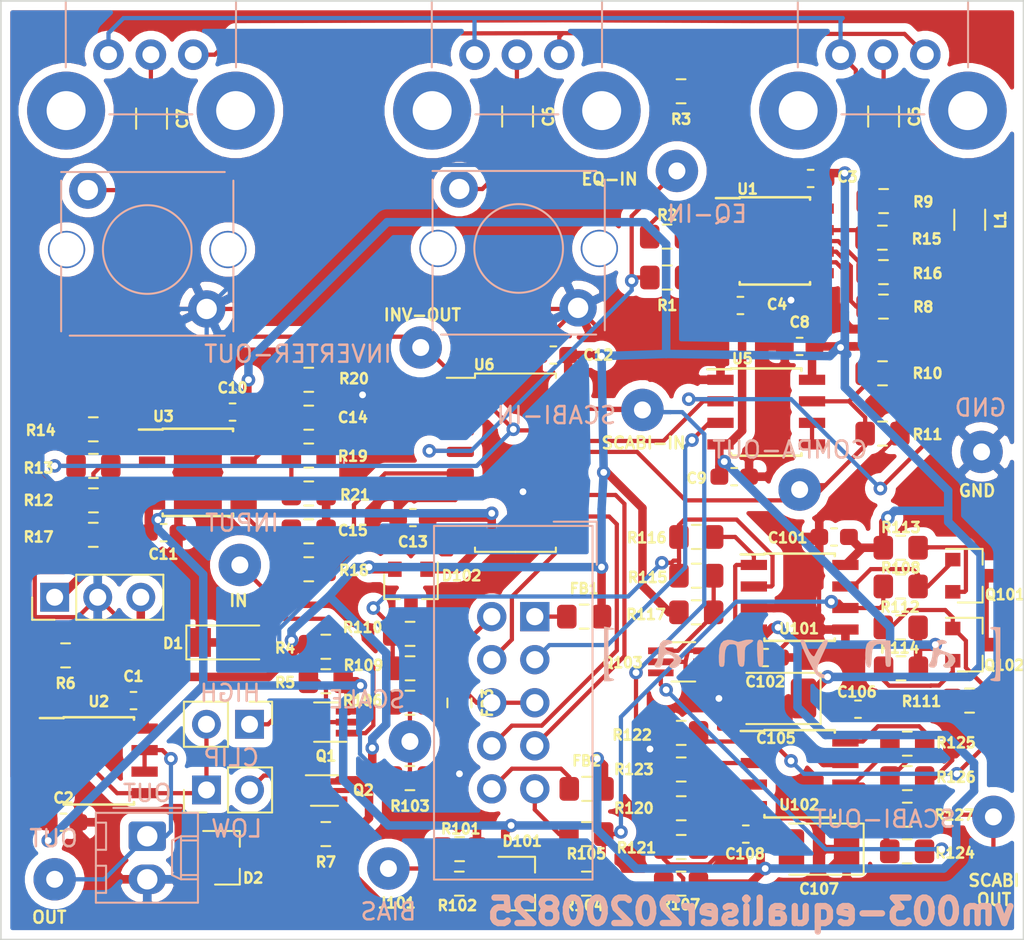
<source format=kicad_pcb>
(kicad_pcb (version 20171130) (host pcbnew "(5.1.5-0-10_14)")
  (layers (0 F.Cu signal hide) (31 B.Cu signal hide) (34 B.Paste user hide) (35 F.Paste user) (36 B.SilkS user hide) (37 F.SilkS user) (38 B.Mask user) (39 F.Mask user hide) (44 Edge.Cuts user))
  (net 0 "")
  (net 1 +5V)
  (net 2 GND)
  (net 3 -5V)
  (net 4 "Net-(C5-Pad2)")
  (net 5 "Net-(C5-Pad1)")
  (net 6 "Net-(C6-Pad2)")
  (net 7 "Net-(C6-Pad1)")
  (net 8 "Net-(C7-Pad2)")
  (net 9 "Net-(C7-Pad1)")
  (net 10 "Net-(FB1-Pad1)")
  (net 11 "Net-(FB2-Pad1)")
  (net 12 "Net-(FB3-Pad1)")
  (net 13 /eq_in)
  (net 14 /scabi_in)
  (net 15 /scabi_out)
  (net 16 /clipper_out)
  (net 17 /inverter_out)
  (net 18 /compa_cv)
  (net 19 /compa_bypass)
  (net 20 /inverter_bypass)
  (net 21 /compa_out)
  (net 22 "Net-(Q2-Pad1)")
  (net 23 "Net-(R1-Pad1)")
  (net 24 "Net-(R2-Pad2)")
  (net 25 "Net-(R2-Pad1)")
  (net 26 "Net-(R3-Pad1)")
  (net 27 "Net-(R6-Pad2)")
  (net 28 "Net-(R8-Pad2)")
  (net 29 /eq_out)
  (net 30 "Net-(R12-Pad2)")
  (net 31 /inverter_in)
  (net 32 "Net-(R13-Pad1)")
  (net 33 "Net-(R19-Pad2)")
  (net 34 "Net-(U5-Pad5)")
  (net 35 "Net-(R15-Pad2)")
  (net 36 /edges_out)
  (net 37 "Net-(C14-Pad1)")
  (net 38 "Net-(C15-Pad2)")
  (net 39 /edges_bypass)
  (net 40 /edges_in)
  (net 41 "Net-(D1-Pad2)")
  (net 42 "Net-(D2-Pad1)")
  (net 43 "Net-(Q1-Pad2)")
  (net 44 "Net-(Q1-Pad4)")
  (net 45 "Net-(R6-Pad1)")
  (net 46 "Net-(D101-Pad3)")
  (net 47 "Net-(D102-Pad3)")
  (net 48 /scale_cv)
  (net 49 /bias_cv)
  (net 50 "Net-(J101-Pad1)")
  (net 51 "Net-(J102-Pad1)")
  (net 52 "Net-(Q101-PadB)")
  (net 53 "Net-(Q101-PadE)")
  (net 54 "Net-(Q101-PadC)")
  (net 55 "Net-(Q102-PadB)")
  (net 56 "Net-(Q102-PadE)")
  (net 57 "Net-(R104-Pad2)")
  (net 58 "Net-(R109-Pad2)")
  (net 59 "Net-(Q103-Pad1)")
  (net 60 "Net-(Q103-Pad5)")
  (net 61 "Net-(R120-Pad2)")
  (net 62 "Net-(R123-Pad2)")
  (net 63 "Net-(Q103-Pad3)")
  (net 64 "Net-(R124-Pad1)")
  (net 65 "Net-(R125-Pad2)")
  (net 66 "Net-(R125-Pad1)")
  (module anyma_footprints:logo_anyma (layer B.Cu) (at 80.2005 65.913 180)
    (fp_text reference G*** hide)
    (fp_text value logo_anyma hide)
  )
  (module synkie_footprints:Solderpad_1mm (layer F.Cu) (at 91.3765 54.1655)
    (fp_text reference J11 hide)
    (fp_text value gnd)
    (pad 1 thru_hole circle (at -0.508 -0.254) (size 2.5 2.5) (drill 1) (layers *.Cu *.Mask) (net 2 GND))
  )
  (module synkie_footprints:IDC-Header_2x05_P2.54mm_Vertical (layer B.Cu) (at 64.516 63.627 180)
    (fp_text reference J6 hide)
    (fp_text value Conn_01x10)
    (pad 1 thru_hole rect (at 0 0 180) (size 1.7272 1.7272) (drill 1.016) (layers *.Cu *.Mask) (net 10 "Net-(FB1-Pad1)"))
    (pad 2 thru_hole oval (at 2.54 0 180) (size 1.7272 1.7272) (drill 1.016) (layers *.Cu *.Mask) (net 48 /scale_cv))
    (pad 3 thru_hole oval (at 0 -2.54 180) (size 1.7272 1.7272) (drill 1.016) (layers *.Cu *.Mask) (net 18 /compa_cv))
    (pad 4 thru_hole oval (at 2.54 -2.54 180) (size 1.7272 1.7272) (drill 1.016) (layers *.Cu *.Mask) (net 39 /edges_bypass))
    (pad 5 thru_hole oval (at 0 -5.08 180) (size 1.7272 1.7272) (drill 1.016) (layers *.Cu *.Mask) (net 12 "Net-(FB3-Pad1)"))
    (pad 6 thru_hole oval (at 2.54 -5.08 180) (size 1.7272 1.7272) (drill 1.016) (layers *.Cu *.Mask) (net 12 "Net-(FB3-Pad1)"))
    (pad 7 thru_hole oval (at 0 -7.62 180) (size 1.7272 1.7272) (drill 1.016) (layers *.Cu *.Mask) (net 19 /compa_bypass))
    (pad 8 thru_hole oval (at 2.54 -7.62 180) (size 1.7272 1.7272) (drill 1.016) (layers *.Cu *.Mask) (net 20 /inverter_bypass))
    (pad 9 thru_hole oval (at 0 -10.16 180) (size 1.7272 1.7272) (drill 1.016) (layers *.Cu *.Mask) (net 49 /bias_cv))
    (pad 10 thru_hole oval (at 2.54 -10.16 180) (size 1.7272 1.7272) (drill 1.016) (layers *.Cu *.Mask) (net 11 "Net-(FB2-Pad1)"))
  )
  (module synkie_footprints:C_0603_1608Metric_Pad1.05x0.95mm_HandSolder (layer F.Cu) (at 83.58 69.088 180)
    (fp_text reference C106 (at 0.0648 1.016) (layer F.SilkS) (effects (font (size 0.6 0.6))))
    (fp_text value 100n)
    (pad 2 smd roundrect (at 0.875 0 180) (size 1.05 0.95) (layers F.Cu F.Paste F.Mask) (net 1 +5V))
    (pad 1 smd roundrect (at -0.875 0 180) (size 1.05 0.95) (layers F.Cu F.Paste F.Mask) (net 2 GND))
  )
  (module synkie_footprints:SOT-363_SC-70-6_Handsoldering (layer F.Cu) (at 73.279 66.294)
    (fp_text reference Q103 (at -3.5814 0.0508) (layer F.SilkS) (effects (font (size 0.6 0.6))))
    (fp_text value PMBT3906YS)
    (pad 1 smd rect (at -1.33 -0.65) (size 1.5 0.4) (layers F.Cu F.Paste F.Mask) (net 59 "Net-(Q103-Pad1)"))
    (pad 2 smd rect (at -1.33 0) (size 1.5 0.4) (layers F.Cu F.Paste F.Mask) (net 2 GND))
    (pad 3 smd rect (at -1.33 0.65) (size 1.5 0.4) (layers F.Cu F.Paste F.Mask) (net 63 "Net-(Q103-Pad3)"))
    (pad 4 smd rect (at 1.33 0.65) (size 1.5 0.4) (layers F.Cu F.Paste F.Mask) (net 2 GND))
    (pad 5 smd rect (at 1.33 0) (size 1.5 0.4) (layers F.Cu F.Paste F.Mask) (net 60 "Net-(Q103-Pad5)"))
    (pad 6 smd rect (at 1.33 -0.65) (size 1.5 0.4) (layers F.Cu F.Paste F.Mask) (net 2 GND))
  )
  (module synkie_footprints:Molex_KK-254_AE-6410-02A_1x02_P2.54mm_Vertical (layer B.Cu) (at 41.656 76.581 270)
    (fp_text reference J4 hide)
    (fp_text value Conn_01x02)
    (pad 2 thru_hole oval (at 2.54 0 270) (size 1.74 2.2) (drill 1.2) (layers *.Cu *.Mask) (net 2 GND))
    (pad 1 thru_hole roundrect (at 0 0 270) (size 1.74 2.2) (drill 1.2) (layers *.Cu *.Mask) (roundrect_rratio 0.143678) (net 16 /clipper_out))
  )
  (module synkie_footprints:SOIC-8_3.9x4.9mm_P1.27mm (layer F.Cu) (at 80.137 72.898)
    (fp_text reference U102 (at -0.0254 1.8288) (layer F.SilkS) (effects (font (size 0.6 0.6))))
    (fp_text value LT1228)
    (pad 8 smd rect (at 2.7 -1.905) (size 1.55 0.6) (layers F.Cu F.Paste F.Mask) (net 65 "Net-(R125-Pad2)"))
    (pad 7 smd rect (at 2.7 -0.635) (size 1.55 0.6) (layers F.Cu F.Paste F.Mask) (net 1 +5V))
    (pad 6 smd rect (at 2.7 0.635) (size 1.55 0.6) (layers F.Cu F.Paste F.Mask) (net 66 "Net-(R125-Pad1)"))
    (pad 5 smd rect (at 2.7 1.905) (size 1.55 0.6) (layers F.Cu F.Paste F.Mask) (net 64 "Net-(R124-Pad1)"))
    (pad 4 smd rect (at -2.7 1.905) (size 1.55 0.6) (layers F.Cu F.Paste F.Mask) (net 3 -5V))
    (pad 3 smd rect (at -2.7 0.635) (size 1.55 0.6) (layers F.Cu F.Paste F.Mask) (net 61 "Net-(R120-Pad2)"))
    (pad 2 smd rect (at -2.7 -0.635) (size 1.55 0.6) (layers F.Cu F.Paste F.Mask) (net 62 "Net-(R123-Pad2)"))
    (pad 1 smd rect (at -2.7 -1.905) (size 1.55 0.6) (layers F.Cu F.Paste F.Mask) (net 54 "Net-(Q101-PadC)"))
  )
  (module synkie_footprints:SOIC-8_3.9x4.9mm_P1.27mm (layer F.Cu) (at 80.137 62.484)
    (fp_text reference U101 (at -0.0381 1.8542) (layer F.SilkS) (effects (font (size 0.6 0.6))))
    (fp_text value LMH6643)
    (pad 8 smd rect (at 2.7 -1.905) (size 1.55 0.6) (layers F.Cu F.Paste F.Mask) (net 1 +5V))
    (pad 7 smd rect (at 2.7 -0.635) (size 1.55 0.6) (layers F.Cu F.Paste F.Mask) (net 52 "Net-(Q101-PadB)"))
    (pad 6 smd rect (at 2.7 0.635) (size 1.55 0.6) (layers F.Cu F.Paste F.Mask) (net 57 "Net-(R104-Pad2)"))
    (pad 5 smd rect (at 2.7 1.905) (size 1.55 0.6) (layers F.Cu F.Paste F.Mask) (net 2 GND))
    (pad 4 smd rect (at -2.7 1.905) (size 1.55 0.6) (layers F.Cu F.Paste F.Mask) (net 3 -5V))
    (pad 3 smd rect (at -2.7 0.635) (size 1.55 0.6) (layers F.Cu F.Paste F.Mask) (net 2 GND))
    (pad 2 smd rect (at -2.7 -0.635) (size 1.55 0.6) (layers F.Cu F.Paste F.Mask) (net 58 "Net-(R109-Pad2)"))
    (pad 1 smd rect (at -2.7 -1.905) (size 1.55 0.6) (layers F.Cu F.Paste F.Mask) (net 60 "Net-(Q103-Pad5)"))
  )
  (module synkie_footprints:R_0805_2012Metric_Pad1.15x1.40mm_HandSolder (layer F.Cu) (at 86.487 75.311 180)
    (fp_text reference R127 (at -2.7686 -0.0254) (layer F.SilkS) (effects (font (size 0.6 0.6))))
    (fp_text value 75)
    (pad 2 smd roundrect (at 1.025 0 180) (size 1.15 1.4) (layers F.Cu F.Paste F.Mask) (roundrect_rratio 0.217391) (net 66 "Net-(R125-Pad1)"))
    (pad 1 smd roundrect (at -1.025 0 180) (size 1.15 1.4) (layers F.Cu F.Paste F.Mask) (roundrect_rratio 0.217391) (net 15 /scabi_out))
  )
  (module synkie_footprints:R_0805_2012Metric_Pad1.15x1.40mm_HandSolder (layer F.Cu) (at 86.487 73.152 180)
    (fp_text reference R126 (at -2.8702 0.0508) (layer F.SilkS) (effects (font (size 0.6 0.6))))
    (fp_text value 100)
    (pad 2 smd roundrect (at 1.025 0 180) (size 1.15 1.4) (layers F.Cu F.Paste F.Mask) (roundrect_rratio 0.217391) (net 65 "Net-(R125-Pad2)"))
    (pad 1 smd roundrect (at -1.025 0 180) (size 1.15 1.4) (layers F.Cu F.Paste F.Mask) (roundrect_rratio 0.217391) (net 2 GND))
  )
  (module synkie_footprints:R_0805_2012Metric_Pad1.15x1.40mm_HandSolder (layer F.Cu) (at 86.487 71.12)
    (fp_text reference R125 (at 2.8702 -0.0508) (layer F.SilkS) (effects (font (size 0.6 0.6))))
    (fp_text value 1k)
    (pad 2 smd roundrect (at 1.025 0) (size 1.15 1.4) (layers F.Cu F.Paste F.Mask) (roundrect_rratio 0.217391) (net 65 "Net-(R125-Pad2)"))
    (pad 1 smd roundrect (at -1.025 0) (size 1.15 1.4) (layers F.Cu F.Paste F.Mask) (roundrect_rratio 0.217391) (net 66 "Net-(R125-Pad1)"))
  )
  (module synkie_footprints:R_0805_2012Metric_Pad1.15x1.40mm_HandSolder (layer F.Cu) (at 86.478 77.47)
    (fp_text reference R124 (at 2.8284 0.1016) (layer F.SilkS) (effects (font (size 0.6 0.6))))
    (fp_text value 1k)
    (pad 2 smd roundrect (at 1.025 0) (size 1.15 1.4) (layers F.Cu F.Paste F.Mask) (roundrect_rratio 0.217391) (net 63 "Net-(Q103-Pad3)"))
    (pad 1 smd roundrect (at -1.025 0) (size 1.15 1.4) (layers F.Cu F.Paste F.Mask) (roundrect_rratio 0.217391) (net 64 "Net-(R124-Pad1)"))
  )
  (module synkie_footprints:R_0805_2012Metric_Pad1.15x1.40mm_HandSolder (layer F.Cu) (at 73.152 72.644)
    (fp_text reference R123 (at -2.794 0) (layer F.SilkS) (effects (font (size 0.6 0.6))))
    (fp_text value 560)
    (pad 2 smd roundrect (at 1.025 0) (size 1.15 1.4) (layers F.Cu F.Paste F.Mask) (roundrect_rratio 0.217391) (net 62 "Net-(R123-Pad2)"))
    (pad 1 smd roundrect (at -1.025 0) (size 1.15 1.4) (layers F.Cu F.Paste F.Mask) (roundrect_rratio 0.217391) (net 2 GND))
  )
  (module synkie_footprints:R_0805_2012Metric_Pad1.15x1.40mm_HandSolder (layer F.Cu) (at 73.152 70.485)
    (fp_text reference R122 (at -2.8956 0.127) (layer F.SilkS) (effects (font (size 0.6 0.6))))
    (fp_text value 300)
    (pad 2 smd roundrect (at 1.025 0) (size 1.15 1.4) (layers F.Cu F.Paste F.Mask) (roundrect_rratio 0.217391) (net 54 "Net-(Q101-PadC)"))
    (pad 1 smd roundrect (at -1.025 0) (size 1.15 1.4) (layers F.Cu F.Paste F.Mask) (roundrect_rratio 0.217391) (net 2 GND))
  )
  (module synkie_footprints:R_0805_2012Metric_Pad1.15x1.40mm_HandSolder (layer F.Cu) (at 73.152 77.216)
    (fp_text reference R121 (at -2.6416 0.0508) (layer F.SilkS) (effects (font (size 0.6 0.6))))
    (fp_text value 1k)
    (pad 2 smd roundrect (at 1.025 0) (size 1.15 1.4) (layers F.Cu F.Paste F.Mask) (roundrect_rratio 0.217391) (net 61 "Net-(R120-Pad2)"))
    (pad 1 smd roundrect (at -1.025 0) (size 1.15 1.4) (layers F.Cu F.Paste F.Mask) (roundrect_rratio 0.217391) (net 2 GND))
  )
  (module synkie_footprints:R_0805_2012Metric_Pad1.15x1.40mm_HandSolder (layer F.Cu) (at 73.152 74.93)
    (fp_text reference R120 (at -2.794 0) (layer F.SilkS) (effects (font (size 0.6 0.6))))
    (fp_text value 10k)
    (pad 2 smd roundrect (at 1.025 0) (size 1.15 1.4) (layers F.Cu F.Paste F.Mask) (roundrect_rratio 0.217391) (net 61 "Net-(R120-Pad2)"))
    (pad 1 smd roundrect (at -1.025 0) (size 1.15 1.4) (layers F.Cu F.Paste F.Mask) (roundrect_rratio 0.217391) (net 14 /scabi_in))
  )
  (module synkie_footprints:R_0805_2012Metric_Pad1.15x1.40mm_HandSolder (layer F.Cu) (at 74.041 63.373)
    (fp_text reference R117 (at -2.9718 0.127) (layer F.SilkS) (effects (font (size 0.6 0.6))))
    (fp_text value 10k)
    (pad 2 smd roundrect (at 1.025 0) (size 1.15 1.4) (layers F.Cu F.Paste F.Mask) (roundrect_rratio 0.217391) (net 59 "Net-(Q103-Pad1)"))
    (pad 1 smd roundrect (at -1.025 0) (size 1.15 1.4) (layers F.Cu F.Paste F.Mask) (roundrect_rratio 0.217391) (net 1 +5V))
  )
  (module synkie_footprints:R_0805_2012Metric_Pad1.15x1.40mm_HandSolder (layer F.Cu) (at 74.041 58.928)
    (fp_text reference R116 (at -2.921 0.0508) (layer F.SilkS) (effects (font (size 0.6 0.6))))
    (fp_text value 4k7)
    (pad 2 smd roundrect (at 1.025 0) (size 1.15 1.4) (layers F.Cu F.Paste F.Mask) (roundrect_rratio 0.217391) (net 60 "Net-(Q103-Pad5)"))
    (pad 1 smd roundrect (at -1.025 0) (size 1.15 1.4) (layers F.Cu F.Paste F.Mask) (roundrect_rratio 0.217391) (net 58 "Net-(R109-Pad2)"))
  )
  (module synkie_footprints:R_0805_2012Metric_Pad1.15x1.40mm_HandSolder (layer F.Cu) (at 74.041 61.214)
    (fp_text reference R115 (at -2.8702 0.1016) (layer F.SilkS) (effects (font (size 0.6 0.6))))
    (fp_text value 4k7)
    (pad 2 smd roundrect (at 1.025 0) (size 1.15 1.4) (layers F.Cu F.Paste F.Mask) (roundrect_rratio 0.217391) (net 59 "Net-(Q103-Pad1)"))
    (pad 1 smd roundrect (at -1.025 0) (size 1.15 1.4) (layers F.Cu F.Paste F.Mask) (roundrect_rratio 0.217391) (net 58 "Net-(R109-Pad2)"))
  )
  (module synkie_footprints:R_0805_2012Metric_Pad1.15x1.40mm_HandSolder (layer F.Cu) (at 86.115 66.675)
    (fp_text reference R114 (at -0.0852 -1.1938) (layer F.SilkS) (effects (font (size 0.6 0.6))))
    (fp_text value 3k3)
    (pad 2 smd roundrect (at 1.025 0) (size 1.15 1.4) (layers F.Cu F.Paste F.Mask) (roundrect_rratio 0.217391) (net 3 -5V))
    (pad 1 smd roundrect (at -1.025 0) (size 1.15 1.4) (layers F.Cu F.Paste F.Mask) (roundrect_rratio 0.217391) (net 56 "Net-(Q102-PadE)"))
  )
  (module synkie_footprints:R_0805_2012Metric_Pad1.15x1.40mm_HandSolder (layer F.Cu) (at 86.097 59.563)
    (fp_text reference R113 (at 0.009 -1.1938) (layer F.SilkS) (effects (font (size 0.6 0.6))))
    (fp_text value 3k3)
    (pad 2 smd roundrect (at 1.025 0) (size 1.15 1.4) (layers F.Cu F.Paste F.Mask) (roundrect_rratio 0.217391) (net 53 "Net-(Q101-PadE)"))
    (pad 1 smd roundrect (at -1.025 0) (size 1.15 1.4) (layers F.Cu F.Paste F.Mask) (roundrect_rratio 0.217391) (net 1 +5V))
  )
  (module synkie_footprints:R_0805_2012Metric_Pad1.15x1.40mm_HandSolder (layer F.Cu) (at 86.097 64.262)
    (fp_text reference R112 (at -0.0418 -1.1938) (layer F.SilkS) (effects (font (size 0.6 0.6))))
    (fp_text value 10k)
    (pad 2 smd roundrect (at 1.025 0) (size 1.15 1.4) (layers F.Cu F.Paste F.Mask) (roundrect_rratio 0.217391) (net 3 -5V))
    (pad 1 smd roundrect (at -1.025 0) (size 1.15 1.4) (layers F.Cu F.Paste F.Mask) (roundrect_rratio 0.217391) (net 55 "Net-(Q102-PadB)"))
  )
  (module synkie_footprints:R_0805_2012Metric_Pad1.15x1.40mm_HandSolder (layer F.Cu) (at 90.161 68.58)
    (fp_text reference R111 (at -2.8358 0.0508) (layer F.SilkS) (effects (font (size 0.6 0.6))))
    (fp_text value 10k)
    (pad 2 smd roundrect (at 1.025 0) (size 1.15 1.4) (layers F.Cu F.Paste F.Mask) (roundrect_rratio 0.217391) (net 55 "Net-(Q102-PadB)"))
    (pad 1 smd roundrect (at -1.025 0) (size 1.15 1.4) (layers F.Cu F.Paste F.Mask) (roundrect_rratio 0.217391) (net 2 GND))
  )
  (module synkie_footprints:R_0805_2012Metric_Pad1.15x1.40mm_HandSolder (layer F.Cu) (at 57.159 64.643 180)
    (fp_text reference R110 (at 2.803 0.381) (layer F.SilkS) (effects (font (size 0.6 0.6))))
    (fp_text value 470k)
    (pad 2 smd roundrect (at 1.025 0 180) (size 1.15 1.4) (layers F.Cu F.Paste F.Mask) (roundrect_rratio 0.217391) (net 58 "Net-(R109-Pad2)"))
    (pad 1 smd roundrect (at -1.025 0 180) (size 1.15 1.4) (layers F.Cu F.Paste F.Mask) (roundrect_rratio 0.217391) (net 48 /scale_cv))
  )
  (module synkie_footprints:R_0805_2012Metric_Pad1.15x1.40mm_HandSolder (layer F.Cu) (at 57.159 66.675 180)
    (fp_text reference R109 (at 2.7522 0.1778) (layer F.SilkS) (effects (font (size 0.6 0.6))))
    (fp_text value 100k)
    (pad 2 smd roundrect (at 1.025 0 180) (size 1.15 1.4) (layers F.Cu F.Paste F.Mask) (roundrect_rratio 0.217391) (net 58 "Net-(R109-Pad2)"))
    (pad 1 smd roundrect (at -1.025 0 180) (size 1.15 1.4) (layers F.Cu F.Paste F.Mask) (roundrect_rratio 0.217391) (net 47 "Net-(D102-Pad3)"))
  )
  (module synkie_footprints:R_0805_2012Metric_Pad1.15x1.40mm_HandSolder (layer F.Cu) (at 86.097 61.849)
    (fp_text reference R108 (at 0 -1.0922) (layer F.SilkS) (effects (font (size 0.6 0.6))))
    (fp_text value 10k)
    (pad 2 smd roundrect (at 1.025 0) (size 1.15 1.4) (layers F.Cu F.Paste F.Mask) (roundrect_rratio 0.217391) (net 52 "Net-(Q101-PadB)"))
    (pad 1 smd roundrect (at -1.025 0) (size 1.15 1.4) (layers F.Cu F.Paste F.Mask) (roundrect_rratio 0.217391) (net 57 "Net-(R104-Pad2)"))
  )
  (module synkie_footprints:R_0805_2012Metric_Pad1.15x1.40mm_HandSolder (layer F.Cu) (at 73.143 79.375)
    (fp_text reference R107 (at -0.0418 1.2446) (layer F.SilkS) (effects (font (size 0.6 0.6))))
    (fp_text value 20k)
    (pad 2 smd roundrect (at 1.025 0) (size 1.15 1.4) (layers F.Cu F.Paste F.Mask) (roundrect_rratio 0.217391) (net 3 -5V))
    (pad 1 smd roundrect (at -1.025 0) (size 1.15 1.4) (layers F.Cu F.Paste F.Mask) (roundrect_rratio 0.217391) (net 57 "Net-(R104-Pad2)"))
  )
  (module synkie_footprints:R_0805_2012Metric_Pad1.15x1.40mm_HandSolder (layer F.Cu) (at 57.15 68.707 180)
    (fp_text reference R106 (at 2.794 0.127 180) (layer F.SilkS) (effects (font (size 0.6 0.6))))
    (fp_text value 100)
    (pad 2 smd roundrect (at 1.025 0 180) (size 1.15 1.4) (layers F.Cu F.Paste F.Mask) (roundrect_rratio 0.217391) (net 47 "Net-(D102-Pad3)"))
    (pad 1 smd roundrect (at -1.025 0 180) (size 1.15 1.4) (layers F.Cu F.Paste F.Mask) (roundrect_rratio 0.217391) (net 51 "Net-(J102-Pad1)"))
  )
  (module synkie_footprints:R_0805_2012Metric_Pad1.15x1.40mm_HandSolder (layer F.Cu) (at 67.555 76.454)
    (fp_text reference R105 (at 0 1.1684) (layer F.SilkS) (effects (font (size 0.6 0.6))))
    (fp_text value 47k)
    (pad 2 smd roundrect (at 1.025 0) (size 1.15 1.4) (layers F.Cu F.Paste F.Mask) (roundrect_rratio 0.217391) (net 57 "Net-(R104-Pad2)"))
    (pad 1 smd roundrect (at -1.025 0) (size 1.15 1.4) (layers F.Cu F.Paste F.Mask) (roundrect_rratio 0.217391) (net 49 /bias_cv))
  )
  (module synkie_footprints:R_0805_2012Metric_Pad1.15x1.40mm_HandSolder (layer F.Cu) (at 67.555 79.375)
    (fp_text reference R104 (at -0.1434 1.2954) (layer F.SilkS) (effects (font (size 0.6 0.6))))
    (fp_text value 10k)
    (pad 2 smd roundrect (at 1.025 0) (size 1.15 1.4) (layers F.Cu F.Paste F.Mask) (roundrect_rratio 0.217391) (net 57 "Net-(R104-Pad2)"))
    (pad 1 smd roundrect (at -1.025 0) (size 1.15 1.4) (layers F.Cu F.Paste F.Mask) (roundrect_rratio 0.217391) (net 46 "Net-(D101-Pad3)"))
  )
  (module synkie_footprints:R_0805_2012Metric_Pad1.15x1.40mm_HandSolder (layer F.Cu) (at 57.15 73.152 180)
    (fp_text reference R103 (at 0 -1.65) (layer F.SilkS) (effects (font (size 0.6 0.6))))
    (fp_text value 47k)
    (pad 2 smd roundrect (at 1.025 0 180) (size 1.15 1.4) (layers F.Cu F.Paste F.Mask) (roundrect_rratio 0.217391) (net 51 "Net-(J102-Pad1)"))
    (pad 1 smd roundrect (at -1.025 0 180) (size 1.15 1.4) (layers F.Cu F.Paste F.Mask) (roundrect_rratio 0.217391) (net 2 GND))
  )
  (module synkie_footprints:R_0805_2012Metric_Pad1.15x1.40mm_HandSolder (layer F.Cu) (at 60.062 79.375)
    (fp_text reference R102 (at -0.118 1.2954) (layer F.SilkS) (effects (font (size 0.6 0.6))))
    (fp_text value 100)
    (pad 2 smd roundrect (at 1.025 0) (size 1.15 1.4) (layers F.Cu F.Paste F.Mask) (roundrect_rratio 0.217391) (net 46 "Net-(D101-Pad3)"))
    (pad 1 smd roundrect (at -1.025 0) (size 1.15 1.4) (layers F.Cu F.Paste F.Mask) (roundrect_rratio 0.217391) (net 50 "Net-(J101-Pad1)"))
  )
  (module synkie_footprints:R_0805_2012Metric_Pad1.15x1.40mm_HandSolder (layer F.Cu) (at 60.08 77.343 180)
    (fp_text reference R101 (at -0.0672 1.1938) (layer F.SilkS) (effects (font (size 0.6 0.6))))
    (fp_text value 47k)
    (pad 2 smd roundrect (at 1.025 0 180) (size 1.15 1.4) (layers F.Cu F.Paste F.Mask) (roundrect_rratio 0.217391) (net 50 "Net-(J101-Pad1)"))
    (pad 1 smd roundrect (at -1.025 0 180) (size 1.15 1.4) (layers F.Cu F.Paste F.Mask) (roundrect_rratio 0.217391) (net 2 GND))
  )
  (module synkie_footprints:SOT-23_BEC (layer F.Cu) (at 90.17 65.278)
    (fp_text reference Q102 (at 2.032 1.2192) (layer F.SilkS) (effects (font (size 0.6 0.6))))
    (fp_text value BC847)
    (pad B smd rect (at -1 -0.95) (size 0.9 0.8) (layers F.Cu F.Paste F.Mask) (net 55 "Net-(Q102-PadB)"))
    (pad E smd rect (at -1 0.95) (size 0.9 0.8) (layers F.Cu F.Paste F.Mask) (net 56 "Net-(Q102-PadE)"))
    (pad C smd rect (at 1 0) (size 0.9 0.8) (layers F.Cu F.Paste F.Mask) (net 54 "Net-(Q101-PadC)"))
  )
  (module synkie_footprints:SOT-23_BEC (layer F.Cu) (at 90.17 61.214)
    (fp_text reference Q101 (at 2.0828 1.1176) (layer F.SilkS) (effects (font (size 0.6 0.6))))
    (fp_text value PNP)
    (pad B smd rect (at -1 -0.95) (size 0.9 0.8) (layers F.Cu F.Paste F.Mask) (net 52 "Net-(Q101-PadB)"))
    (pad E smd rect (at -1 0.95) (size 0.9 0.8) (layers F.Cu F.Paste F.Mask) (net 53 "Net-(Q101-PadE)"))
    (pad C smd rect (at 1 0) (size 0.9 0.8) (layers F.Cu F.Paste F.Mask) (net 54 "Net-(Q101-PadC)"))
  )
  (module synkie_footprints:PinHeader_1x03_P2.54mm_Vertical (layer F.Cu) (at 36.195 62.484 90)
    (fp_text reference J107 hide)
    (fp_text value LevelMeter)
    (pad 3 thru_hole oval (at 0 5.08 90) (size 1.7 1.7) (drill 1) (layers *.Cu *.Mask) (net 1 +5V))
    (pad 2 thru_hole oval (at 0 2.54 90) (size 1.7 1.7) (drill 1) (layers *.Cu *.Mask) (net 2 GND))
    (pad 1 thru_hole rect (at 0 0 90) (size 1.7 1.7) (drill 1) (layers *.Cu *.Mask) (net 3 -5V))
  )
  (module synkie_footprints:Solderpad_1mm (layer F.Cu) (at 56.642 70.739 180)
    (fp_text reference J102 hide)
    (fp_text value Scale_In)
    (pad 1 thru_hole circle (at -0.508 -0.254 180) (size 2.5 2.5) (drill 1) (layers *.Cu *.Mask) (net 51 "Net-(J102-Pad1)"))
  )
  (module synkie_footprints:Solderpad_1mm (layer F.Cu) (at 56.388 78.74)
    (fp_text reference J101 (at 0 1.778) (layer F.SilkS) (effects (font (size 0.6 0.6))))
    (fp_text value Bias_In)
    (pad 1 thru_hole circle (at -0.508 -0.254) (size 2.5 2.5) (drill 1) (layers *.Cu *.Mask) (net 50 "Net-(J101-Pad1)"))
  )
  (module synkie_footprints:Solderpad_1mm (layer F.Cu) (at 36.703 79.375)
    (fp_text reference J10 hide)
    (fp_text value LEVEl_METER)
    (pad 1 thru_hole circle (at -0.508 -0.254) (size 2.5 2.5) (drill 1) (layers *.Cu *.Mask) (net 16 /clipper_out))
  )
  (module synkie_footprints:SOT-23 (layer F.Cu) (at 57.211 61.833 270)
    (fp_text reference D102 (at -0.619 -2.987 180) (layer F.SilkS) (effects (font (size 0.6 0.6))))
    (fp_text value BAT54S)
    (pad 3 smd rect (at 1 0 270) (size 0.9 0.8) (layers F.Cu F.Paste F.Mask) (net 47 "Net-(D102-Pad3)"))
    (pad 2 smd rect (at -1 0.95 270) (size 0.9 0.8) (layers F.Cu F.Paste F.Mask) (net 1 +5V))
    (pad 1 smd rect (at -1 -0.95 270) (size 0.9 0.8) (layers F.Cu F.Paste F.Mask) (net 3 -5V))
  )
  (module synkie_footprints:SOT-23 (layer F.Cu) (at 63.77 79.375)
    (fp_text reference D101 (at 0 -2.5) (layer F.SilkS) (effects (font (size 0.6 0.6))))
    (fp_text value BAT54S)
    (pad 3 smd rect (at 1 0) (size 0.9 0.8) (layers F.Cu F.Paste F.Mask) (net 46 "Net-(D101-Pad3)"))
    (pad 2 smd rect (at -1 0.95) (size 0.9 0.8) (layers F.Cu F.Paste F.Mask) (net 1 +5V))
    (pad 1 smd rect (at -1 -0.95) (size 0.9 0.8) (layers F.Cu F.Paste F.Mask) (net 3 -5V))
  )
  (module synkie_footprints:C_0603_1608Metric_Pad1.05x0.95mm_HandSolder (layer F.Cu) (at 76.962 76.454)
    (fp_text reference C108 (at -0.0508 1.1684) (layer F.SilkS) (effects (font (size 0.6 0.6))))
    (fp_text value 100n)
    (pad 2 smd roundrect (at 0.875 0) (size 1.05 0.95) (layers F.Cu F.Paste F.Mask) (net 3 -5V))
    (pad 1 smd roundrect (at -0.875 0) (size 1.05 0.95) (layers F.Cu F.Paste F.Mask) (net 2 GND))
  )
  (module synkie_footprints:CP_EIA-3528-21_Kemet-B_Pad1.50x2.35mm_HandSolder (layer F.Cu) (at 81.28 77.343 180)
    (fp_text reference C107 (at 0 -2.35) (layer F.SilkS) (effects (font (size 0.6 0.6))))
    (fp_text value 4u7)
    (pad 2 smd roundrect (at 1.625 0 180) (size 1.5 2.35) (layers F.Cu F.Paste F.Mask) (roundrect_rratio 0.166667) (net 3 -5V))
    (pad 1 smd roundrect (at -1.625 0 180) (size 1.5 2.35) (layers F.Cu F.Paste F.Mask) (roundrect_rratio 0.166667) (net 2 GND))
  )
  (module synkie_footprints:CP_EIA-3528-21_Kemet-B_Pad1.50x2.35mm_HandSolder (layer F.Cu) (at 78.74 68.453 180)
    (fp_text reference C105 (at 0 -2.35) (layer F.SilkS) (effects (font (size 0.6 0.6))))
    (fp_text value 4u7)
    (pad 2 smd roundrect (at 1.625 0 180) (size 1.5 2.35) (layers F.Cu F.Paste F.Mask) (roundrect_rratio 0.166667) (net 2 GND))
    (pad 1 smd roundrect (at -1.625 0 180) (size 1.5 2.35) (layers F.Cu F.Paste F.Mask) (roundrect_rratio 0.166667) (net 1 +5V))
  )
  (module synkie_footprints:C_0603_1608Metric_Pad1.05x0.95mm_HandSolder (layer F.Cu) (at 78.105 66.04 180)
    (fp_text reference C102 (at 0 -1.43) (layer F.SilkS) (effects (font (size 0.6 0.6))))
    (fp_text value 100n)
    (pad 2 smd roundrect (at 0.875 0 180) (size 1.05 0.95) (layers F.Cu F.Paste F.Mask) (net 3 -5V))
    (pad 1 smd roundrect (at -0.875 0 180) (size 1.05 0.95) (layers F.Cu F.Paste F.Mask) (net 2 GND))
  )
  (module synkie_footprints:C_0603_1608Metric_Pad1.05x0.95mm_HandSolder (layer F.Cu) (at 82.169 58.928)
    (fp_text reference C101 (at -2.73812 0.0508) (layer F.SilkS) (effects (font (size 0.6 0.6))))
    (fp_text value 100n)
    (pad 2 smd roundrect (at 0.875 0) (size 1.05 0.95) (layers F.Cu F.Paste F.Mask) (net 1 +5V))
    (pad 1 smd roundrect (at -0.875 0) (size 1.05 0.95) (layers F.Cu F.Paste F.Mask) (net 2 GND))
  )
  (module Diode_SMD:D_MiniMELF (layer F.Cu) (at 46.51 65.151)
    (fp_text reference D1 (at -3.33 0.05588) (layer F.SilkS) (effects (font (size 0.6 0.6))))
    (fp_text value D)
    (pad 2 smd rect (at 1.75 0) (size 1.3 1.7) (layers F.Cu F.Paste F.Mask) (net 41 "Net-(D1-Pad2)"))
    (pad 1 smd rect (at -1.75 0) (size 1.3 1.7) (layers F.Cu F.Paste F.Mask) (net 2 GND))
  )
  (module synkie_footprints:R_0805_2012Metric_Pad1.15x1.40mm_HandSolder (layer F.Cu) (at 52.188 76.454 180)
    (fp_text reference R7 (at 0 -1.65) (layer F.SilkS) (effects (font (size 0.6 0.6))))
    (fp_text value 47k)
    (pad 2 smd roundrect (at 1.025 0 180) (size 1.15 1.4) (layers F.Cu F.Paste F.Mask) (roundrect_rratio 0.217391) (net 42 "Net-(D2-Pad1)"))
    (pad 1 smd roundrect (at -1.025 0 180) (size 1.15 1.4) (layers F.Cu F.Paste F.Mask) (roundrect_rratio 0.217391) (net 1 +5V))
  )
  (module synkie_footprints:R_0805_2012Metric_Pad1.15x1.40mm_HandSolder (layer F.Cu) (at 36.839 65.913 180)
    (fp_text reference R6 (at 0 -1.65) (layer F.SilkS) (effects (font (size 0.6 0.6))))
    (fp_text value 330)
    (pad 2 smd roundrect (at 1.025 0 180) (size 1.15 1.4) (layers F.Cu F.Paste F.Mask) (roundrect_rratio 0.217391) (net 27 "Net-(R6-Pad2)"))
    (pad 1 smd roundrect (at -1.025 0 180) (size 1.15 1.4) (layers F.Cu F.Paste F.Mask) (roundrect_rratio 0.217391) (net 45 "Net-(R6-Pad1)"))
  )
  (module synkie_footprints:R_0805_2012Metric_Pad1.15x1.40mm_HandSolder (layer F.Cu) (at 52.188 67.437)
    (fp_text reference R5 (at -2.404 0.0762) (layer F.SilkS) (effects (font (size 0.6 0.6))))
    (fp_text value 5k6)
    (pad 2 smd roundrect (at 1.025 0) (size 1.15 1.4) (layers F.Cu F.Paste F.Mask) (roundrect_rratio 0.217391) (net 3 -5V))
    (pad 1 smd roundrect (at -1.025 0) (size 1.15 1.4) (layers F.Cu F.Paste F.Mask) (roundrect_rratio 0.217391) (net 43 "Net-(Q1-Pad2)"))
  )
  (module synkie_footprints:R_0805_2012Metric_Pad1.15x1.40mm_HandSolder (layer F.Cu) (at 52.188 65.405)
    (fp_text reference R4 (at -2.404 0.0762) (layer F.SilkS) (effects (font (size 0.6 0.6))))
    (fp_text value 120)
    (pad 2 smd roundrect (at 1.025 0) (size 1.15 1.4) (layers F.Cu F.Paste F.Mask) (roundrect_rratio 0.217391) (net 41 "Net-(D1-Pad2)"))
    (pad 1 smd roundrect (at -1.025 0) (size 1.15 1.4) (layers F.Cu F.Paste F.Mask) (roundrect_rratio 0.217391) (net 1 +5V))
  )
  (module synkie_footprints:SOT-666 (layer F.Cu) (at 52.109 73.8845)
    (fp_text reference Q2 (at 2.2978 -0.0213) (layer F.SilkS) (effects (font (size 0.6 0.6))))
    (fp_text value PEMX1)
    (pad 6 smd rect (at 0.85 -0.5375) (size 1 0.375) (layers F.Cu F.Paste F.Mask) (net 1 +5V))
    (pad 4 smd rect (at 0.85 0.5375) (size 1 0.375) (layers F.Cu F.Paste F.Mask) (net 2 GND))
    (pad 2 smd rect (at -0.925 0) (size 1.1 0.3) (layers F.Cu F.Paste F.Mask) (net 42 "Net-(D2-Pad1)"))
    (pad 5 smd rect (at 0.925 0) (size 1.1 0.3) (layers F.Cu F.Paste F.Mask) (net 42 "Net-(D2-Pad1)"))
    (pad 3 smd rect (at -0.85 0.5375) (size 1 0.375) (layers F.Cu F.Paste F.Mask) (net 42 "Net-(D2-Pad1)"))
    (pad 1 smd rect (at -0.85 -0.5375) (size 1 0.375) (layers F.Cu F.Paste F.Mask) (net 22 "Net-(Q2-Pad1)"))
  )
  (module synkie_footprints:SOT-363_SC-70-6_Handsoldering (layer F.Cu) (at 52.197 69.85 180)
    (fp_text reference Q1 (at 0 -2) (layer F.SilkS) (effects (font (size 0.6 0.6))))
    (fp_text value PMBT3906YS)
    (pad 1 smd rect (at -1.33 -0.65 180) (size 1.5 0.4) (layers F.Cu F.Paste F.Mask) (net 41 "Net-(D1-Pad2)"))
    (pad 2 smd rect (at -1.33 0 180) (size 1.5 0.4) (layers F.Cu F.Paste F.Mask) (net 43 "Net-(Q1-Pad2)"))
    (pad 3 smd rect (at -1.33 0.65 180) (size 1.5 0.4) (layers F.Cu F.Paste F.Mask) (net 3 -5V))
    (pad 4 smd rect (at 1.33 0.65 180) (size 1.5 0.4) (layers F.Cu F.Paste F.Mask) (net 44 "Net-(Q1-Pad4)"))
    (pad 5 smd rect (at 1.33 0 180) (size 1.5 0.4) (layers F.Cu F.Paste F.Mask) (net 43 "Net-(Q1-Pad2)"))
    (pad 6 smd rect (at 1.33 -0.65 180) (size 1.5 0.4) (layers F.Cu F.Paste F.Mask) (net 43 "Net-(Q1-Pad2)"))
  )
  (module synkie_footprints:Coilcraft142 (layer B.Cu) (at 41.656 41.9735)
    (fp_text reference L3 hide)
    (fp_text value 1.19uH)
    (pad "" np_thru_hole circle (at 4.76 0 340) (size 2.2 2.2) (drill 2) (layers *.Cu *.Mask))
    (pad "" np_thru_hole circle (at -4.76 0 340) (size 2.2 2.2) (drill 2) (layers *.Cu *.Mask))
    (pad 2 thru_hole circle (at 3.505 3.505 340) (size 2.2 2.2) (drill 1.2) (layers *.Cu *.Mask) (net 2 GND))
    (pad 1 thru_hole circle (at -3.505 -3.505 340) (size 2.2 2.2) (drill 1.2) (layers *.Cu *.Mask) (net 8 "Net-(C7-Pad2)"))
  )
  (module synkie_footprints:Coilcraft142 (layer B.Cu) (at 63.5635 41.91)
    (fp_text reference L2 hide)
    (fp_text value 300uH)
    (pad "" np_thru_hole circle (at 4.76 0 340) (size 2.2 2.2) (drill 2) (layers *.Cu *.Mask))
    (pad "" np_thru_hole circle (at -4.76 0 340) (size 2.2 2.2) (drill 2) (layers *.Cu *.Mask))
    (pad 2 thru_hole circle (at 3.505 3.505 340) (size 2.2 2.2) (drill 1.2) (layers *.Cu *.Mask) (net 2 GND))
    (pad 1 thru_hole circle (at -3.505 -3.505 340) (size 2.2 2.2) (drill 1.2) (layers *.Cu *.Mask) (net 6 "Net-(C6-Pad2)"))
  )
  (module synkie_footprints:D_SOT-23_ANK (layer F.Cu) (at 46.355 77.851)
    (fp_text reference D2 (at 1.5494 1.1938) (layer F.SilkS) (effects (font (size 0.6 0.6))))
    (fp_text value BAT54)
    (pad 1 smd rect (at 1 0) (size 0.9 0.8) (layers F.Cu F.Paste F.Mask) (net 42 "Net-(D2-Pad1)"))
    (pad "" smd rect (at -1 0.95) (size 0.9 0.8) (layers F.Cu F.Paste F.Mask))
    (pad 2 smd rect (at -1 -0.95) (size 0.9 0.8) (layers F.Cu F.Paste F.Mask) (net 2 GND))
  )
  (module synkie_footprints:Solderpad_1mm (layer F.Cu) (at 58.293 48.006)
    (fp_text reference J5 hide)
    (fp_text value INVERTER-DROP)
    (pad 1 thru_hole circle (at -0.508 -0.254) (size 2.5 2.5) (drill 1) (layers *.Cu *.Mask) (net 17 /inverter_out))
  )
  (module synkie_footprints:C_0805_2012Metric_Pad1.15x1.40mm_HandSolder (layer F.Cu) (at 51.181 58.5978 180)
    (fp_text reference C15 (at -2.6035 0.0508) (layer F.SilkS) (effects (font (size 0.6 0.6))))
    (fp_text value 1n)
    (pad 2 smd roundrect (at 1.025 0 180) (size 1.15 1.4) (layers F.Cu F.Paste F.Mask) (roundrect_rratio 0.217391) (net 38 "Net-(C15-Pad2)"))
    (pad 1 smd roundrect (at -1.025 0 180) (size 1.15 1.4) (layers F.Cu F.Paste F.Mask) (roundrect_rratio 0.217391) (net 2 GND))
  )
  (module synkie_footprints:C_0805_2012Metric_Pad1.15x1.40mm_HandSolder (layer F.Cu) (at 51.181 51.8922 180)
    (fp_text reference C14 (at -2.6035 0.0127) (layer F.SilkS) (effects (font (size 0.6 0.6))))
    (fp_text value 1n)
    (pad 2 smd roundrect (at 1.025 0 180) (size 1.15 1.4) (layers F.Cu F.Paste F.Mask) (roundrect_rratio 0.217391) (net 36 /edges_out))
    (pad 1 smd roundrect (at -1.025 0 180) (size 1.15 1.4) (layers F.Cu F.Paste F.Mask) (roundrect_rratio 0.217391) (net 37 "Net-(C14-Pad1)"))
  )
  (module synkie_footprints:R_0805_2012Metric_Pad1.15x1.40mm_HandSolder (layer F.Cu) (at 51.181 56.3626)
    (fp_text reference R21 (at 2.7305 0.0889) (layer F.SilkS) (effects (font (size 0.6 0.6))))
    (fp_text value 15k)
    (pad 2 smd roundrect (at 1.025 0) (size 1.15 1.4) (layers F.Cu F.Paste F.Mask) (roundrect_rratio 0.217391) (net 2 GND))
    (pad 1 smd roundrect (at -1.025 0) (size 1.15 1.4) (layers F.Cu F.Paste F.Mask) (roundrect_rratio 0.217391) (net 33 "Net-(R19-Pad2)"))
  )
  (module synkie_footprints:R_0805_2012Metric_Pad1.15x1.40mm_HandSolder (layer F.Cu) (at 51.181 49.657 180)
    (fp_text reference R20 (at -2.667 0.0635) (layer F.SilkS) (effects (font (size 0.6 0.6))))
    (fp_text value 100)
    (pad 2 smd roundrect (at 1.025 0 180) (size 1.15 1.4) (layers F.Cu F.Paste F.Mask) (roundrect_rratio 0.217391) (net 36 /edges_out))
    (pad 1 smd roundrect (at -1.025 0 180) (size 1.15 1.4) (layers F.Cu F.Paste F.Mask) (roundrect_rratio 0.217391) (net 2 GND))
  )
  (module synkie_footprints:R_0805_2012Metric_Pad1.15x1.40mm_HandSolder (layer F.Cu) (at 51.181 54.1274 180)
    (fp_text reference R19 (at -2.6035 -0.0381) (layer F.SilkS) (effects (font (size 0.6 0.6))))
    (fp_text value 30k)
    (pad 2 smd roundrect (at 1.025 0 180) (size 1.15 1.4) (layers F.Cu F.Paste F.Mask) (roundrect_rratio 0.217391) (net 33 "Net-(R19-Pad2)"))
    (pad 1 smd roundrect (at -1.025 0 180) (size 1.15 1.4) (layers F.Cu F.Paste F.Mask) (roundrect_rratio 0.217391) (net 37 "Net-(C14-Pad1)"))
  )
  (module synkie_footprints:R_0805_2012Metric_Pad1.15x1.40mm_HandSolder (layer F.Cu) (at 51.181 60.833)
    (fp_text reference R18 (at 2.667 0.0635) (layer F.SilkS) (effects (font (size 0.6 0.6))))
    (fp_text value 100)
    (pad 2 smd roundrect (at 1.025 0) (size 1.15 1.4) (layers F.Cu F.Paste F.Mask) (roundrect_rratio 0.217391) (net 40 /edges_in))
    (pad 1 smd roundrect (at -1.025 0) (size 1.15 1.4) (layers F.Cu F.Paste F.Mask) (roundrect_rratio 0.217391) (net 38 "Net-(C15-Pad2)"))
  )
  (module synkie_footprints:Solderpad_1mm (layer F.Cu) (at 47.625 60.833)
    (fp_text reference J9 hide)
    (fp_text value EDGES_IN)
    (pad 1 thru_hole circle (at -0.508 -0.254) (size 2.5 2.5) (drill 1) (layers *.Cu *.Mask) (net 40 /edges_in))
  )
  (module synkie_footprints:R_0805_2012Metric_Pad1.15x1.40mm_HandSolder (layer F.Cu) (at 38.472 58.801)
    (fp_text reference R17 (at -3.2295 0.127) (layer F.SilkS) (effects (font (size 0.6 0.6))))
    (fp_text value 1k6)
    (pad 2 smd roundrect (at 1.025 0) (size 1.15 1.4) (layers F.Cu F.Paste F.Mask) (roundrect_rratio 0.217391) (net 3 -5V))
    (pad 1 smd roundrect (at -1.025 0) (size 1.15 1.4) (layers F.Cu F.Paste F.Mask) (roundrect_rratio 0.217391) (net 32 "Net-(R13-Pad1)"))
  )
  (module synkie_footprints:R_0805_2012Metric_Pad1.15x1.40mm_HandSolder (layer F.Cu) (at 85.081 43.307)
    (fp_text reference R16 (at 2.5998 0.0762) (layer F.SilkS) (effects (font (size 0.6 0.6))))
    (fp_text value 75)
    (pad 2 smd roundrect (at 1.025 0) (size 1.15 1.4) (layers F.Cu F.Paste F.Mask) (roundrect_rratio 0.217391) (net 29 /eq_out))
    (pad 1 smd roundrect (at -1.025 0) (size 1.15 1.4) (layers F.Cu F.Paste F.Mask) (roundrect_rratio 0.217391) (net 2 GND))
  )
  (module synkie_footprints:R_0805_2012Metric_Pad1.15x1.40mm_HandSolder (layer F.Cu) (at 85.0175 41.275 180)
    (fp_text reference R15 (at -2.6125 -0.0762) (layer F.SilkS) (effects (font (size 0.6 0.6))))
    (fp_text value 75)
    (pad 2 smd roundrect (at 1.025 0 180) (size 1.15 1.4) (layers F.Cu F.Paste F.Mask) (roundrect_rratio 0.217391) (net 35 "Net-(R15-Pad2)"))
    (pad 1 smd roundrect (at -1.025 0 180) (size 1.15 1.4) (layers F.Cu F.Paste F.Mask) (roundrect_rratio 0.217391) (net 29 /eq_out))
  )
  (module synkie_footprints:Potentiometer_Alps_RK09K_Single_Horizontal (layer B.Cu) (at 82.55 30.48 90)
    (fp_text reference RV1 hide)
    (fp_text value R_POT)
    (pad "" thru_hole circle (at -3.3 -2.5 90) (size 4.6 4.6) (drill 2.3) (layers *.Cu *.Mask))
    (pad "" thru_hole circle (at -3.3 7.5 90) (size 4.6 4.6) (drill 2.3) (layers *.Cu *.Mask))
    (pad 1 thru_hole circle (at 0 0 90) (size 1.8 1.8) (drill 1) (layers *.Cu *.Mask) (net 28 "Net-(R8-Pad2)"))
    (pad 2 thru_hole circle (at 0 2.5 90) (size 1.8 1.8) (drill 1) (layers *.Cu *.Mask) (net 5 "Net-(C5-Pad1)"))
    (pad 3 thru_hole circle (at 0 5 90) (size 1.8 1.8) (drill 1) (layers *.Cu *.Mask) (net 26 "Net-(R3-Pad1)"))
  )
  (module Package_SO:SOP-16_4.55x10.3mm_P1.27mm (layer F.Cu) (at 63.373 54.5465)
    (fp_text reference U6 (at -1.8415 -5.7785) (layer F.SilkS) (effects (font (size 0.6 0.6))))
    (fp_text value MAX4053)
    (pad 16 smd roundrect (at 3.25 -4.445) (size 1.6 0.6) (layers F.Cu F.Paste F.Mask) (net 1 +5V))
    (pad 15 smd roundrect (at 3.25 -3.175) (size 1.6 0.6) (layers F.Cu F.Paste F.Mask) (net 14 /scabi_in))
    (pad 14 smd roundrect (at 3.25 -1.905) (size 1.6 0.6) (layers F.Cu F.Paste F.Mask) (net 31 /inverter_in))
    (pad 13 smd roundrect (at 3.25 -0.635) (size 1.6 0.6) (layers F.Cu F.Paste F.Mask) (net 21 /compa_out))
    (pad 12 smd roundrect (at 3.25 0.635) (size 1.6 0.6) (layers F.Cu F.Paste F.Mask) (net 29 /eq_out))
    (pad 11 smd roundrect (at 3.25 1.905) (size 1.6 0.6) (layers F.Cu F.Paste F.Mask) (net 19 /compa_bypass))
    (pad 10 smd roundrect (at 3.25 3.175) (size 1.6 0.6) (layers F.Cu F.Paste F.Mask) (net 20 /inverter_bypass))
    (pad 9 smd roundrect (at 3.25 4.445) (size 1.6 0.6) (layers F.Cu F.Paste F.Mask) (net 39 /edges_bypass))
    (pad 8 smd roundrect (at -3.25 4.445) (size 1.6 0.6) (layers F.Cu F.Paste F.Mask) (net 2 GND))
    (pad 7 smd roundrect (at -3.25 3.175) (size 1.6 0.6) (layers F.Cu F.Paste F.Mask) (net 3 -5V))
    (pad 6 smd roundrect (at -3.25 1.905) (size 1.6 0.6) (layers F.Cu F.Paste F.Mask) (net 2 GND))
    (pad 5 smd roundrect (at -3.25 0.635) (size 1.6 0.6) (layers F.Cu F.Paste F.Mask) (net 40 /edges_in))
    (pad 4 smd roundrect (at -3.25 -0.635) (size 1.6 0.6) (layers F.Cu F.Paste F.Mask) (net 13 /eq_in))
    (pad 3 smd roundrect (at -3.25 -1.905) (size 1.6 0.6) (layers F.Cu F.Paste F.Mask) (net 36 /edges_out))
    (pad 2 smd roundrect (at -3.25 -3.175) (size 1.6 0.6) (layers F.Cu F.Paste F.Mask) (net 31 /inverter_in))
    (pad 1 smd roundrect (at -3.25 -4.445) (size 1.6 0.6) (layers F.Cu F.Paste F.Mask) (net 17 /inverter_out))
  )
  (module synkie_footprints:SOIC-8_3.9x4.9mm_P1.27mm (layer F.Cu) (at 78.1685 51.562)
    (fp_text reference U5 (at -1.4097 -3.1496) (layer F.SilkS) (effects (font (size 0.6 0.6))))
    (fp_text value LM311)
    (pad 8 smd rect (at 2.7 -1.905) (size 1.55 0.6) (layers F.Cu F.Paste F.Mask) (net 1 +5V))
    (pad 7 smd rect (at 2.7 -0.635) (size 1.55 0.6) (layers F.Cu F.Paste F.Mask) (net 21 /compa_out))
    (pad 6 smd rect (at 2.7 0.635) (size 1.55 0.6) (layers F.Cu F.Paste F.Mask) (net 34 "Net-(U5-Pad5)"))
    (pad 5 smd rect (at 2.7 1.905) (size 1.55 0.6) (layers F.Cu F.Paste F.Mask) (net 34 "Net-(U5-Pad5)"))
    (pad 4 smd rect (at -2.7 1.905) (size 1.55 0.6) (layers F.Cu F.Paste F.Mask) (net 3 -5V))
    (pad 3 smd rect (at -2.7 0.635) (size 1.55 0.6) (layers F.Cu F.Paste F.Mask) (net 18 /compa_cv))
    (pad 2 smd rect (at -2.7 -0.635) (size 1.55 0.6) (layers F.Cu F.Paste F.Mask) (net 29 /eq_out))
    (pad 1 smd rect (at -2.7 -1.905) (size 1.55 0.6) (layers F.Cu F.Paste F.Mask) (net 2 GND))
  )
  (module synkie_footprints:SOIC-8_3.9x4.9mm_P1.27mm (layer F.Cu) (at 44.6405 55.118)
    (fp_text reference U3 (at -2.032 -3.302) (layer F.SilkS) (effects (font (size 0.6 0.6))))
    (fp_text value LMH6643)
    (pad 8 smd rect (at 2.7 -1.905) (size 1.55 0.6) (layers F.Cu F.Paste F.Mask) (net 1 +5V))
    (pad 7 smd rect (at 2.7 -0.635) (size 1.55 0.6) (layers F.Cu F.Paste F.Mask) (net 37 "Net-(C14-Pad1)"))
    (pad 6 smd rect (at 2.7 0.635) (size 1.55 0.6) (layers F.Cu F.Paste F.Mask) (net 33 "Net-(R19-Pad2)"))
    (pad 5 smd rect (at 2.7 1.905) (size 1.55 0.6) (layers F.Cu F.Paste F.Mask) (net 38 "Net-(C15-Pad2)"))
    (pad 4 smd rect (at -2.7 1.905) (size 1.55 0.6) (layers F.Cu F.Paste F.Mask) (net 3 -5V))
    (pad 3 smd rect (at -2.7 0.635) (size 1.55 0.6) (layers F.Cu F.Paste F.Mask) (net 30 "Net-(R12-Pad2)"))
    (pad 2 smd rect (at -2.7 -0.635) (size 1.55 0.6) (layers F.Cu F.Paste F.Mask) (net 32 "Net-(R13-Pad1)"))
    (pad 1 smd rect (at -2.7 -1.905) (size 1.55 0.6) (layers F.Cu F.Paste F.Mask) (net 17 /inverter_out))
  )
  (module synkie_footprints:SOIC-8_3.9x4.9mm_P1.27mm (layer F.Cu) (at 38.7985 72.136)
    (fp_text reference U2 (at 0 -3.5) (layer F.SilkS) (effects (font (size 0.6 0.6))))
    (fp_text value LMH6643)
    (pad 8 smd rect (at 2.7 -1.905) (size 1.55 0.6) (layers F.Cu F.Paste F.Mask) (net 1 +5V))
    (pad 7 smd rect (at 2.7 -0.635) (size 1.55 0.6) (layers F.Cu F.Paste F.Mask) (net 16 /clipper_out))
    (pad 6 smd rect (at 2.7 0.635) (size 1.55 0.6) (layers F.Cu F.Paste F.Mask) (net 16 /clipper_out))
    (pad 5 smd rect (at 2.7 1.905) (size 1.55 0.6) (layers F.Cu F.Paste F.Mask) (net 45 "Net-(R6-Pad1)"))
    (pad 4 smd rect (at -2.7 1.905) (size 1.55 0.6) (layers F.Cu F.Paste F.Mask) (net 3 -5V))
    (pad 3 smd rect (at -2.7 0.635) (size 1.55 0.6) (layers F.Cu F.Paste F.Mask) (net 15 /scabi_out))
    (pad 2 smd rect (at -2.7 -0.635) (size 1.55 0.6) (layers F.Cu F.Paste F.Mask) (net 27 "Net-(R6-Pad2)"))
    (pad 1 smd rect (at -2.7 -1.905) (size 1.55 0.6) (layers F.Cu F.Paste F.Mask) (net 27 "Net-(R6-Pad2)"))
  )
  (module synkie_footprints:SOIC-8_3.9x4.9mm_P1.27mm (layer F.Cu) (at 78.6765 41.4655)
    (fp_text reference U1 (at -1.6129 -3.0607) (layer F.SilkS) (effects (font (size 0.6 0.6))))
    (fp_text value LMH6643)
    (pad 8 smd rect (at 2.7 -1.905) (size 1.55 0.6) (layers F.Cu F.Paste F.Mask) (net 1 +5V))
    (pad 7 smd rect (at 2.7 -0.635) (size 1.55 0.6) (layers F.Cu F.Paste F.Mask) (net 35 "Net-(R15-Pad2)"))
    (pad 6 smd rect (at 2.7 0.635) (size 1.55 0.6) (layers F.Cu F.Paste F.Mask) (net 28 "Net-(R8-Pad2)"))
    (pad 5 smd rect (at 2.7 1.905) (size 1.55 0.6) (layers F.Cu F.Paste F.Mask) (net 26 "Net-(R3-Pad1)"))
    (pad 4 smd rect (at -2.7 1.905) (size 1.55 0.6) (layers F.Cu F.Paste F.Mask) (net 3 -5V))
    (pad 3 smd rect (at -2.7 0.635) (size 1.55 0.6) (layers F.Cu F.Paste F.Mask) (net 23 "Net-(R1-Pad1)"))
    (pad 2 smd rect (at -2.7 -0.635) (size 1.55 0.6) (layers F.Cu F.Paste F.Mask) (net 24 "Net-(R2-Pad2)"))
    (pad 1 smd rect (at -2.7 -1.905) (size 1.55 0.6) (layers F.Cu F.Paste F.Mask) (net 25 "Net-(R2-Pad1)"))
  )
  (module synkie_footprints:PinHeader_1x02_P2.54mm_Vertical (layer F.Cu) (at 45.1485 73.8505 90)
    (fp_text reference SW2 hide)
    (fp_text value LOW_CLIP)
    (pad 2 thru_hole oval (at 0 2.54 90) (size 1.7 1.7) (drill 1) (layers *.Cu *.Mask) (net 22 "Net-(Q2-Pad1)"))
    (pad 1 thru_hole rect (at 0 0 90) (size 1.7 1.7) (drill 1) (layers *.Cu *.Mask) (net 45 "Net-(R6-Pad1)"))
  )
  (module synkie_footprints:PinHeader_1x02_P2.54mm_Vertical (layer F.Cu) (at 47.6885 69.977 270)
    (fp_text reference SW1 hide)
    (fp_text value HIGH_CLIP)
    (pad 2 thru_hole oval (at 0 2.54 270) (size 1.7 1.7) (drill 1) (layers *.Cu *.Mask) (net 45 "Net-(R6-Pad1)"))
    (pad 1 thru_hole rect (at 0 0 270) (size 1.7 1.7) (drill 1) (layers *.Cu *.Mask) (net 44 "Net-(Q1-Pad4)"))
  )
  (module synkie_footprints:Potentiometer_Alps_RK09K_Single_Horizontal (layer B.Cu) (at 39.37 30.48 90)
    (fp_text reference RV5 hide)
    (fp_text value R_POT)
    (pad "" thru_hole circle (at -3.3 -2.5 90) (size 4.6 4.6) (drill 2.3) (layers *.Cu *.Mask))
    (pad "" thru_hole circle (at -3.3 7.5 90) (size 4.6 4.6) (drill 2.3) (layers *.Cu *.Mask))
    (pad 1 thru_hole circle (at 0 0 90) (size 1.8 1.8) (drill 1) (layers *.Cu *.Mask) (net 28 "Net-(R8-Pad2)"))
    (pad 2 thru_hole circle (at 0 2.5 90) (size 1.8 1.8) (drill 1) (layers *.Cu *.Mask) (net 9 "Net-(C7-Pad1)"))
    (pad 3 thru_hole circle (at 0 5 90) (size 1.8 1.8) (drill 1) (layers *.Cu *.Mask) (net 26 "Net-(R3-Pad1)"))
  )
  (module synkie_footprints:Potentiometer_Alps_RK09K_Single_Horizontal (layer B.Cu) (at 60.96 30.48 90)
    (fp_text reference RV4 hide)
    (fp_text value R_POT)
    (pad "" thru_hole circle (at -3.3 -2.5 90) (size 4.6 4.6) (drill 2.3) (layers *.Cu *.Mask))
    (pad "" thru_hole circle (at -3.3 7.5 90) (size 4.6 4.6) (drill 2.3) (layers *.Cu *.Mask))
    (pad 1 thru_hole circle (at 0 0 90) (size 1.8 1.8) (drill 1) (layers *.Cu *.Mask) (net 28 "Net-(R8-Pad2)"))
    (pad 2 thru_hole circle (at 0 2.5 90) (size 1.8 1.8) (drill 1) (layers *.Cu *.Mask) (net 7 "Net-(C6-Pad1)"))
    (pad 3 thru_hole circle (at 0 5 90) (size 1.8 1.8) (drill 1) (layers *.Cu *.Mask) (net 26 "Net-(R3-Pad1)"))
  )
  (module synkie_footprints:R_0805_2012Metric_Pad1.15x1.40mm_HandSolder (layer F.Cu) (at 38.472 52.578)
    (fp_text reference R14 (at -3.1025 0.0635) (layer F.SilkS) (effects (font (size 0.6 0.6))))
    (fp_text value 220)
    (pad 2 smd roundrect (at 1.025 0) (size 1.15 1.4) (layers F.Cu F.Paste F.Mask) (roundrect_rratio 0.217391) (net 32 "Net-(R13-Pad1)"))
    (pad 1 smd roundrect (at -1.025 0) (size 1.15 1.4) (layers F.Cu F.Paste F.Mask) (roundrect_rratio 0.217391) (net 17 /inverter_out))
  )
  (module synkie_footprints:R_0805_2012Metric_Pad1.15x1.40mm_HandSolder (layer F.Cu) (at 38.481 54.737 180)
    (fp_text reference R13 (at 3.2385 -0.127) (layer F.SilkS) (effects (font (size 0.6 0.6))))
    (fp_text value 220)
    (pad 2 smd roundrect (at 1.025 0 180) (size 1.15 1.4) (layers F.Cu F.Paste F.Mask) (roundrect_rratio 0.217391) (net 31 /inverter_in))
    (pad 1 smd roundrect (at -1.025 0 180) (size 1.15 1.4) (layers F.Cu F.Paste F.Mask) (roundrect_rratio 0.217391) (net 32 "Net-(R13-Pad1)"))
  )
  (module synkie_footprints:R_0805_2012Metric_Pad1.15x1.40mm_HandSolder (layer F.Cu) (at 38.481 56.769)
    (fp_text reference R12 (at -3.2385 0) (layer F.SilkS) (effects (font (size 0.6 0.6))))
    (fp_text value 220)
    (pad 2 smd roundrect (at 1.025 0) (size 1.15 1.4) (layers F.Cu F.Paste F.Mask) (roundrect_rratio 0.217391) (net 30 "Net-(R12-Pad2)"))
    (pad 1 smd roundrect (at -1.025 0) (size 1.15 1.4) (layers F.Cu F.Paste F.Mask) (roundrect_rratio 0.217391) (net 2 GND))
  )
  (module synkie_footprints:R_0805_2012Metric_Pad1.15x1.40mm_HandSolder (layer F.Cu) (at 85.0265 52.832)
    (fp_text reference R11 (at 2.6543 0.0508) (layer F.SilkS) (effects (font (size 0.6 0.6))))
    (fp_text value 1k6)
    (pad 2 smd roundrect (at 1.025 0) (size 1.15 1.4) (layers F.Cu F.Paste F.Mask) (roundrect_rratio 0.217391) (net 2 GND))
    (pad 1 smd roundrect (at -1.025 0) (size 1.15 1.4) (layers F.Cu F.Paste F.Mask) (roundrect_rratio 0.217391) (net 21 /compa_out))
  )
  (module synkie_footprints:R_0805_2012Metric_Pad1.15x1.40mm_HandSolder (layer F.Cu) (at 85.0265 49.276 180)
    (fp_text reference R10 (at -2.6543 0) (layer F.SilkS) (effects (font (size 0.6 0.6))))
    (fp_text value 6k8)
    (pad 2 smd roundrect (at 1.025 0 180) (size 1.15 1.4) (layers F.Cu F.Paste F.Mask) (roundrect_rratio 0.217391) (net 21 /compa_out))
    (pad 1 smd roundrect (at -1.025 0 180) (size 1.15 1.4) (layers F.Cu F.Paste F.Mask) (roundrect_rratio 0.217391) (net 1 +5V))
  )
  (module synkie_footprints:R_0805_2012Metric_Pad1.15x1.40mm_HandSolder (layer F.Cu) (at 85.09 39.116)
    (fp_text reference R9 (at 2.3368 0.0508) (layer F.SilkS) (effects (font (size 0.6 0.6))))
    (fp_text value 2k5)
    (pad 2 smd roundrect (at 1.025 0) (size 1.15 1.4) (layers F.Cu F.Paste F.Mask) (roundrect_rratio 0.217391) (net 28 "Net-(R8-Pad2)"))
    (pad 1 smd roundrect (at -1.025 0) (size 1.15 1.4) (layers F.Cu F.Paste F.Mask) (roundrect_rratio 0.217391) (net 35 "Net-(R15-Pad2)"))
  )
  (module synkie_footprints:R_0805_2012Metric_Pad1.15x1.40mm_HandSolder (layer F.Cu) (at 85.081 45.339 180)
    (fp_text reference R8 (at -2.3458 -0.0254) (layer F.SilkS) (effects (font (size 0.6 0.6))))
    (fp_text value 2k5)
    (pad 2 smd roundrect (at 1.025 0 180) (size 1.15 1.4) (layers F.Cu F.Paste F.Mask) (roundrect_rratio 0.217391) (net 28 "Net-(R8-Pad2)"))
    (pad 1 smd roundrect (at -1.025 0 180) (size 1.15 1.4) (layers F.Cu F.Paste F.Mask) (roundrect_rratio 0.217391) (net 2 GND))
  )
  (module synkie_footprints:R_0805_2012Metric_Pad1.15x1.40mm_HandSolder (layer F.Cu) (at 73.143 32.639 180)
    (fp_text reference R3 (at 0 -1.65) (layer F.SilkS) (effects (font (size 0.6 0.6))))
    (fp_text value 2k5)
    (pad 2 smd roundrect (at 1.025 0 180) (size 1.15 1.4) (layers F.Cu F.Paste F.Mask) (roundrect_rratio 0.217391) (net 25 "Net-(R2-Pad1)"))
    (pad 1 smd roundrect (at -1.025 0 180) (size 1.15 1.4) (layers F.Cu F.Paste F.Mask) (roundrect_rratio 0.217391) (net 26 "Net-(R3-Pad1)"))
  )
  (module synkie_footprints:R_0805_2012Metric_Pad1.15x1.40mm_HandSolder (layer F.Cu) (at 72.3175 41.2115)
    (fp_text reference R2 (at 0.009 -1.27) (layer F.SilkS) (effects (font (size 0.6 0.6))))
    (fp_text value 100)
    (pad 2 smd roundrect (at 1.025 0) (size 1.15 1.4) (layers F.Cu F.Paste F.Mask) (roundrect_rratio 0.217391) (net 24 "Net-(R2-Pad2)"))
    (pad 1 smd roundrect (at -1.025 0) (size 1.15 1.4) (layers F.Cu F.Paste F.Mask) (roundrect_rratio 0.217391) (net 25 "Net-(R2-Pad1)"))
  )
  (module synkie_footprints:R_0805_2012Metric_Pad1.15x1.40mm_HandSolder (layer F.Cu) (at 72.3265 43.6245 180)
    (fp_text reference R1 (at 0 -1.65) (layer F.SilkS) (effects (font (size 0.6 0.6))))
    (fp_text value 100)
    (pad 2 smd roundrect (at 1.025 0 180) (size 1.15 1.4) (layers F.Cu F.Paste F.Mask) (roundrect_rratio 0.217391) (net 13 /eq_in))
    (pad 1 smd roundrect (at -1.025 0 180) (size 1.15 1.4) (layers F.Cu F.Paste F.Mask) (roundrect_rratio 0.217391) (net 23 "Net-(R1-Pad1)"))
  )
  (module synkie_footprints:L_1206_3216Metric_Pad1.42x1.75mm_HandSolder (layer F.Cu) (at 90.17 40.2225 270)
    (fp_text reference L1 (at 0 -1.82 90) (layer F.SilkS) (effects (font (size 0.6 0.6))))
    (fp_text value L)
    (pad 2 smd roundrect (at 1.4875 0 270) (size 1.425 1.75) (layers F.Cu F.Paste F.Mask) (roundrect_rratio 0.175439) (net 2 GND))
    (pad 1 smd roundrect (at -1.4875 0 270) (size 1.425 1.75) (layers F.Cu F.Paste F.Mask) (roundrect_rratio 0.175439) (net 4 "Net-(C5-Pad2)"))
  )
  (module synkie_footprints:Solderpad_1mm (layer F.Cu) (at 80.645 56.388)
    (fp_text reference J7 hide)
    (fp_text value COMPA-DROP)
    (pad 1 thru_hole circle (at -0.508 -0.254) (size 2.5 2.5) (drill 1) (layers *.Cu *.Mask) (net 21 /compa_out))
  )
  (module synkie_footprints:Solderpad_1mm (layer F.Cu) (at 92.075 75.692)
    (fp_text reference J3 hide)
    (fp_text value SCABI_OUT)
    (pad 1 thru_hole circle (at -0.508 -0.254) (size 2.5 2.5) (drill 1) (layers *.Cu *.Mask) (net 15 /scabi_out))
  )
  (module synkie_footprints:Solderpad_1mm (layer F.Cu) (at 71.374 51.689)
    (fp_text reference J2 hide)
    (fp_text value SCABI_IN)
    (pad 1 thru_hole circle (at -0.508 -0.254) (size 2.5 2.5) (drill 1) (layers *.Cu *.Mask) (net 14 /scabi_in))
  )
  (module synkie_footprints:Solderpad_1mm (layer F.Cu) (at 73.406 37.592)
    (fp_text reference J1 hide)
    (fp_text value EQ_IN)
    (pad 1 thru_hole circle (at -0.508 -0.254) (size 2.5 2.5) (drill 1) (layers *.Cu *.Mask) (net 13 /eq_in))
  )
  (module synkie_footprints:L_0805_2012Metric_Pad1.15x1.40mm_HandSolder (layer F.Cu) (at 60.071 68.716 270)
    (fp_text reference FB3 (at 0 -1.65 90) (layer F.SilkS) (effects (font (size 0.6 0.6))))
    (fp_text value Ferrite_Bead)
    (pad 1 smd roundrect (at -1.025 0 270) (size 1.15 1.4) (layers F.Cu F.Paste F.Mask) (roundrect_rratio 0.217391) (net 12 "Net-(FB3-Pad1)"))
    (pad 2 smd roundrect (at 1.025 0 270) (size 1.15 1.4) (layers F.Cu F.Paste F.Mask) (roundrect_rratio 0.217391) (net 2 GND))
  )
  (module synkie_footprints:L_0805_2012Metric_Pad1.15x1.40mm_HandSolder (layer F.Cu) (at 67.573 73.787)
    (fp_text reference FB2 (at 0 -1.65) (layer F.SilkS) (effects (font (size 0.6 0.6))))
    (fp_text value Ferrite_Bead)
    (pad 1 smd roundrect (at -1.025 0) (size 1.15 1.4) (layers F.Cu F.Paste F.Mask) (roundrect_rratio 0.217391) (net 11 "Net-(FB2-Pad1)"))
    (pad 2 smd roundrect (at 1.025 0) (size 1.15 1.4) (layers F.Cu F.Paste F.Mask) (roundrect_rratio 0.217391) (net 3 -5V))
  )
  (module synkie_footprints:L_0805_2012Metric_Pad1.15x1.40mm_HandSolder (layer F.Cu) (at 67.428 63.627)
    (fp_text reference FB1 (at 0 -1.65) (layer F.SilkS) (effects (font (size 0.6 0.6))))
    (fp_text value Ferrite_Bead)
    (pad 1 smd roundrect (at -1.025 0) (size 1.15 1.4) (layers F.Cu F.Paste F.Mask) (roundrect_rratio 0.217391) (net 10 "Net-(FB1-Pad1)"))
    (pad 2 smd roundrect (at 1.025 0) (size 1.15 1.4) (layers F.Cu F.Paste F.Mask) (roundrect_rratio 0.217391) (net 1 +5V))
  )
  (module synkie_footprints:C_0603_1608Metric_Pad1.05x0.95mm_HandSolder (layer F.Cu) (at 57.3265 57.785 180)
    (fp_text reference C13 (at 0 -1.43) (layer F.SilkS) (effects (font (size 0.6 0.6))))
    (fp_text value 100n)
    (pad 2 smd roundrect (at 0.875 0 180) (size 1.05 0.95) (layers F.Cu F.Paste F.Mask) (net 2 GND))
    (pad 1 smd roundrect (at -0.875 0 180) (size 1.05 0.95) (layers F.Cu F.Paste F.Mask) (net 3 -5V))
  )
  (module synkie_footprints:C_0603_1608Metric_Pad1.05x0.95mm_HandSolder (layer F.Cu) (at 65.6095 48.1965)
    (fp_text reference C12 (at 2.653 0) (layer F.SilkS) (effects (font (size 0.6 0.6))))
    (fp_text value 100n)
    (pad 2 smd roundrect (at 0.875 0) (size 1.05 0.95) (layers F.Cu F.Paste F.Mask) (net 1 +5V))
    (pad 1 smd roundrect (at -0.875 0) (size 1.05 0.95) (layers F.Cu F.Paste F.Mask) (net 2 GND))
  )
  (module synkie_footprints:C_0603_1608Metric_Pad1.05x0.95mm_HandSolder (layer F.Cu) (at 42.6225 58.674)
    (fp_text reference C11 (at -0.014 1.27) (layer F.SilkS) (effects (font (size 0.6 0.6))))
    (fp_text value 100n)
    (pad 2 smd roundrect (at 0.875 0) (size 1.05 0.95) (layers F.Cu F.Paste F.Mask) (net 2 GND))
    (pad 1 smd roundrect (at -0.875 0) (size 1.05 0.95) (layers F.Cu F.Paste F.Mask) (net 3 -5V))
  )
  (module synkie_footprints:C_0603_1608Metric_Pad1.05x0.95mm_HandSolder (layer F.Cu) (at 46.6865 51.562)
    (fp_text reference C10 (at 0 -1.43) (layer F.SilkS) (effects (font (size 0.6 0.6))))
    (fp_text value 100n)
    (pad 2 smd roundrect (at 0.875 0) (size 1.05 0.95) (layers F.Cu F.Paste F.Mask) (net 1 +5V))
    (pad 1 smd roundrect (at -0.875 0) (size 1.05 0.95) (layers F.Cu F.Paste F.Mask) (net 2 GND))
  )
  (module synkie_footprints:C_0603_1608Metric_Pad1.05x0.95mm_HandSolder (layer F.Cu) (at 76.2775 55.372)
    (fp_text reference C9 (at -2.21618 0.09144) (layer F.SilkS) (effects (font (size 0.6 0.6))))
    (fp_text value 100n)
    (pad 2 smd roundrect (at 0.875 0) (size 1.05 0.95) (layers F.Cu F.Paste F.Mask) (net 2 GND))
    (pad 1 smd roundrect (at -0.875 0) (size 1.05 0.95) (layers F.Cu F.Paste F.Mask) (net 3 -5V))
  )
  (module synkie_footprints:C_0603_1608Metric_Pad1.05x0.95mm_HandSolder (layer F.Cu) (at 80.137 47.6885)
    (fp_text reference C8 (at 0 -1.43) (layer F.SilkS) (effects (font (size 0.6 0.6))))
    (fp_text value 100n)
    (pad 2 smd roundrect (at 0.875 0) (size 1.05 0.95) (layers F.Cu F.Paste F.Mask) (net 1 +5V))
    (pad 1 smd roundrect (at -0.875 0) (size 1.05 0.95) (layers F.Cu F.Paste F.Mask) (net 2 GND))
  )
  (module synkie_footprints:C_1206_3216Metric_Pad1.42x1.75mm_HandSolder (layer F.Cu) (at 41.91 34.2535 270)
    (fp_text reference C7 (at 0 -1.82 90) (layer F.SilkS) (effects (font (size 0.6 0.6))))
    (fp_text value 1n)
    (pad 2 smd roundrect (at 1.4875 0 270) (size 1.425 1.75) (layers F.Cu F.Paste F.Mask) (roundrect_rratio 0.175439) (net 8 "Net-(C7-Pad2)"))
    (pad 1 smd roundrect (at -1.4875 0 270) (size 1.425 1.75) (layers F.Cu F.Paste F.Mask) (roundrect_rratio 0.175439) (net 9 "Net-(C7-Pad1)"))
  )
  (module synkie_footprints:C_1206_3216Metric_Pad1.42x1.75mm_HandSolder (layer F.Cu) (at 63.5 34.1265 270)
    (fp_text reference C6 (at 0 -1.82 90) (layer F.SilkS) (effects (font (size 0.6 0.6))))
    (fp_text value 314.4n)
    (pad 2 smd roundrect (at 1.4875 0 270) (size 1.425 1.75) (layers F.Cu F.Paste F.Mask) (roundrect_rratio 0.175439) (net 6 "Net-(C6-Pad2)"))
    (pad 1 smd roundrect (at -1.4875 0 270) (size 1.425 1.75) (layers F.Cu F.Paste F.Mask) (roundrect_rratio 0.175439) (net 7 "Net-(C6-Pad1)"))
  )
  (module synkie_footprints:C_1206_3216Metric_Pad1.42x1.75mm_HandSolder (layer F.Cu) (at 85.09 34.1265 270)
    (fp_text reference C5 (at 0 -1.82 90) (layer F.SilkS) (effects (font (size 0.6 0.6))))
    (fp_text value C)
    (pad 2 smd roundrect (at 1.4875 0 270) (size 1.425 1.75) (layers F.Cu F.Paste F.Mask) (roundrect_rratio 0.175439) (net 4 "Net-(C5-Pad2)"))
    (pad 1 smd roundrect (at -1.4875 0 270) (size 1.425 1.75) (layers F.Cu F.Paste F.Mask) (roundrect_rratio 0.175439) (net 5 "Net-(C5-Pad1)"))
  )
  (module synkie_footprints:C_0603_1608Metric_Pad1.05x0.95mm_HandSolder (layer F.Cu) (at 76.6445 45.2755)
    (fp_text reference C4 (at 2.159 -0.0635) (layer F.SilkS) (effects (font (size 0.6 0.6))))
    (fp_text value 100n)
    (pad 2 smd roundrect (at 0.875 0) (size 1.05 0.95) (layers F.Cu F.Paste F.Mask) (net 2 GND))
    (pad 1 smd roundrect (at -0.875 0) (size 1.05 0.95) (layers F.Cu F.Paste F.Mask) (net 3 -5V))
  )
  (module synkie_footprints:C_0603_1608Metric_Pad1.05x0.95mm_HandSolder (layer F.Cu) (at 80.786 37.7825)
    (fp_text reference C3 (at 2.1704 -0.0889) (layer F.SilkS) (effects (font (size 0.6 0.6))))
    (fp_text value 100n)
    (pad 2 smd roundrect (at 0.875 0) (size 1.05 0.95) (layers F.Cu F.Paste F.Mask) (net 1 +5V))
    (pad 1 smd roundrect (at -0.875 0) (size 1.05 0.95) (layers F.Cu F.Paste F.Mask) (net 2 GND))
  )
  (module synkie_footprints:C_0603_1608Metric_Pad1.05x0.95mm_HandSolder (layer F.Cu) (at 36.717 75.7555)
    (fp_text reference C2 (at 0 -1.43) (layer F.SilkS) (effects (font (size 0.6 0.6))))
    (fp_text value 100n)
    (pad 2 smd roundrect (at 0.875 0) (size 1.05 0.95) (layers F.Cu F.Paste F.Mask) (net 2 GND))
    (pad 1 smd roundrect (at -0.875 0) (size 1.05 0.95) (layers F.Cu F.Paste F.Mask) (net 3 -5V))
  )
  (module synkie_footprints:C_0603_1608Metric_Pad1.05x0.95mm_HandSolder (layer F.Cu) (at 40.8445 68.58)
    (fp_text reference C1 (at 0 -1.43) (layer F.SilkS) (effects (font (size 0.6 0.6))))
    (fp_text value 100n)
    (pad 2 smd roundrect (at 0.875 0) (size 1.05 0.95) (layers F.Cu F.Paste F.Mask) (net 1 +5V))
    (pad 1 smd roundrect (at -0.875 0) (size 1.05 0.95) (layers F.Cu F.Paste F.Mask) (net 2 GND))
  )
  (gr_text IN (at 47.03572 62.68212) (layer F.SilkS) (effects (font (size 0.7 0.7))))
  (gr_text EQ-IN (at 68.92544 37.8206) (layer F.SilkS) (effects (font (size 0.7 0.7))))
  (gr_text OUT (at 35.87496 81.36128) (layer F.SilkS) (effects (font (size 0.7 0.7))))
  (gr_text "SCABI\nOUT" (at 91.60256 79.756) (layer F.SilkS) (effects (font (size 0.7 0.7))))
  (gr_text GND (at 90.6018 56.20512) (layer F.SilkS) (effects (font (size 0.7 0.7))))
  (gr_text SCABI-IN (at 70.93204 53.38572) (layer F.SilkS) (effects (font (size 0.7 0.7))))
  (gr_text INV-OUT (at 57.88152 45.83176) (layer F.SilkS) (effects (font (size 0.7 0.7))))
  (gr_text vm003-equaliser20200825 (at 77.2795 81.026) (layer B.SilkS) (effects (font (size 1.5 1.5) (thickness 0.375)) (justify mirror)))
  (gr_text GND (at 90.805 51.308) (layer B.SilkS) (effects (font (size 1 1)) (justify mirror)))
  (gr_text EQ-IN (at 74.676 39.878) (layer B.SilkS) (effects (font (size 1 1)) (justify mirror)))
  (gr_text INVERTER-OUT (at 50.546 48.133) (layer B.SilkS) (effects (font (size 1 1)) (justify mirror)))
  (gr_text LOW (at 46.9265 76.1365) (layer B.SilkS) (effects (font (size 1 1)) (justify mirror)))
  (gr_text HIGH (at 46.5455 68.1355) (layer B.SilkS) (effects (font (size 1 1)) (justify mirror)))
  (gr_text CLIP (at 46.609 71.9455) (layer B.SilkS) (effects (font (size 1 1)) (justify mirror)))
  (gr_text OUT (at 36.1315 76.708) (layer B.SilkS) (effects (font (size 1 1)) (justify mirror)))
  (gr_text INPUT (at 47.244 58.1025) (layer B.SilkS) (effects (font (size 1 1)) (justify mirror)))
  (gr_text SCABI-IN (at 65.786 51.7525) (layer B.SilkS) (effects (font (size 1 1)) (justify mirror)))
  (gr_text SCABI-OUT (at 85.1535 75.565) (layer B.SilkS) (effects (font (size 1 1)) (justify mirror)))
  (gr_text COMPA-OUT (at 79.5655 53.7845) (layer B.SilkS) (effects (font (size 1 1)) (justify mirror)))
  (gr_text SCALE (at 54.61 68.5165) (layer B.SilkS) (effects (font (size 1 1)) (justify mirror)))
  (gr_text BIAS (at 55.88 81.026) (layer B.SilkS) (effects (font (size 1 1)) (justify mirror)))
  (gr_text OUT (at 41.656 74.041) (layer B.SilkS) (effects (font (size 1 1)) (justify mirror)))
  (gr_line (start 93.345 27.305) (end 93.345 82.677) (layer Edge.Cuts) (width 0.1))
  (gr_line (start 33.02 27.305) (end 93.345 27.305) (layer Edge.Cuts) (width 0.1))
  (gr_line (start 33.02 82.677) (end 33.02 27.305) (layer Edge.Cuts) (width 0.1))
  (gr_line (start 93.345 82.677) (end 33.02 82.677) (layer Edge.Cuts) (width 0.1))
  (segment (start 81.3765 38.067) (end 81.661 37.7825) (width 0.5) (layer F.Cu) (net 1))
  (segment (start 81.3765 39.5605) (end 81.3765 38.067) (width 0.5) (layer F.Cu) (net 1))
  (segment (start 47.3405 51.783) (end 47.5615 51.562) (width 0.5) (layer F.Cu) (net 1))
  (segment (start 47.3405 53.213) (end 47.3405 51.783) (width 0.5) (layer F.Cu) (net 1))
  (segment (start 66.4845 49.963) (end 66.623 50.1015) (width 0.5) (layer F.Cu) (net 1))
  (segment (start 66.4845 48.1965) (end 66.4845 49.963) (width 0.5) (layer F.Cu) (net 1))
  (segment (start 80.8685 47.832) (end 81.012 47.6885) (width 0.5) (layer F.Cu) (net 1))
  (segment (start 80.8685 49.657) (end 80.8685 47.832) (width 0.5) (layer F.Cu) (net 1))
  (segment (start 83.3755 47.6885) (end 81.012 47.6885) (width 0.5) (layer F.Cu) (net 1))
  (segment (start 86.0515 48.576) (end 85.164 47.6885) (width 0.5) (layer F.Cu) (net 1))
  (segment (start 86.0515 49.276) (end 86.0515 48.576) (width 0.5) (layer F.Cu) (net 1))
  (segment (start 41.4985 68.801) (end 41.7195 68.58) (width 0.5) (layer F.Cu) (net 1))
  (segment (start 41.4985 70.231) (end 41.4985 68.801) (width 0.5) (layer F.Cu) (net 1))
  (segment (start 41.7195 68.58) (end 41.7195 68.105) (width 0.5) (layer F.Cu) (net 1))
  (segment (start 48.81 67.183) (end 42.799 67.183) (width 0.5) (layer F.Cu) (net 1))
  (segment (start 50.588 65.405) (end 48.81 67.183) (width 0.5) (layer F.Cu) (net 1))
  (segment (start 42.799 67.183) (end 42.7685 67.056) (width 0.5) (layer F.Cu) (net 1))
  (segment (start 51.163 65.405) (end 50.588 65.405) (width 0.5) (layer F.Cu) (net 1))
  (segment (start 41.7195 68.105) (end 42.799 67.183) (width 0.5) (layer F.Cu) (net 1))
  (segment (start 53.788 76.454) (end 54.737 75.505) (width 0.5) (layer F.Cu) (net 1))
  (segment (start 53.944001 73.284499) (end 52.959 73.284499) (width 0.5) (layer F.Cu) (net 1))
  (segment (start 54.737 75.505) (end 54.737 74.077498) (width 0.5) (layer F.Cu) (net 1))
  (segment (start 79.476 70.177) (end 79.476 68.453) (width 0.5) (layer F.Cu) (net 1))
  (segment (start 81.562 72.263) (end 79.476 70.177) (width 0.5) (layer F.Cu) (net 1))
  (segment (start 82.837 72.263) (end 81.562 72.263) (width 0.5) (layer F.Cu) (net 1))
  (segment (start 80.365 69.342) (end 79.476 68.453) (width 0.5) (layer F.Cu) (net 1))
  (segment (start 83.853 59.563) (end 85.072 59.563) (width 0.5) (layer F.Cu) (net 1))
  (segment (start 82.837 60.579) (end 83.853 59.563) (width 0.5) (layer F.Cu) (net 1))
  (segment (start 83.679 59.563) (end 83.044 58.928) (width 0.5) (layer F.Cu) (net 1))
  (segment (start 85.072 59.563) (end 83.679 59.563) (width 0.5) (layer F.Cu) (net 1))
  (segment (start 82.07 68.453) (end 82.705 69.088) (width 0.5) (layer F.Cu) (net 1))
  (segment (start 80.365 68.453) (end 82.07 68.453) (width 0.5) (layer F.Cu) (net 1))
  (via (at 68.453 60.706) (size 0.8) (drill 0.4) (layers F.Cu B.Cu) (net 1))
  (segment (start 68.453 63.627) (end 68.453 60.706) (width 0.5) (layer F.Cu) (net 1))
  (segment (start 68.453 60.706) (end 68.453 57.288998) (width 0.5) (layer B.Cu) (net 1))
  (via (at 82.804 37.465) (size 0.8) (drill 0.4) (layers F.Cu B.Cu) (net 1))
  (segment (start 81.915 48.26) (end 82.804 47.371) (width 0.5) (layer B.Cu) (net 1))
  (segment (start 81.9785 37.465) (end 81.661 37.7825) (width 0.5) (layer F.Cu) (net 1))
  (segment (start 82.804 37.465) (end 81.9785 37.465) (width 0.5) (layer F.Cu) (net 1))
  (via (at 82.55 47.752) (size 0.8) (drill 0.4) (layers F.Cu B.Cu) (net 1))
  (segment (start 83.3755 47.6885) (end 82.6135 47.6885) (width 0.5) (layer F.Cu) (net 1))
  (segment (start 82.6135 47.6885) (end 82.55 47.752) (width 0.5) (layer F.Cu) (net 1))
  (segment (start 85.164 47.6885) (end 83.3755 47.6885) (width 0.5) (layer F.Cu) (net 1))
  (via (at 68.453 48.26) (size 0.8) (drill 0.4) (layers F.Cu B.Cu) (net 1))
  (segment (start 68.3895 48.1965) (end 68.453 48.26) (width 0.5) (layer F.Cu) (net 1))
  (segment (start 66.4845 48.1965) (end 68.3895 48.1965) (width 0.5) (layer F.Cu) (net 1))
  (via (at 47.625 49.657) (size 0.8) (drill 0.4) (layers F.Cu B.Cu) (net 1))
  (segment (start 47.5615 49.7205) (end 47.625 49.657) (width 0.5) (layer F.Cu) (net 1))
  (segment (start 47.5615 51.562) (end 47.5615 49.7205) (width 0.5) (layer F.Cu) (net 1))
  (segment (start 55.809499 40.359999) (end 70.966999 40.359999) (width 0.5) (layer B.Cu) (net 1))
  (segment (start 47.625 48.544498) (end 55.809499 40.359999) (width 0.5) (layer B.Cu) (net 1))
  (segment (start 47.625 49.657) (end 47.625 48.544498) (width 0.5) (layer B.Cu) (net 1))
  (segment (start 72.263 41.656) (end 72.263 48.133) (width 0.5) (layer B.Cu) (net 1))
  (segment (start 70.966999 40.359999) (end 72.263 41.656) (width 0.5) (layer B.Cu) (net 1))
  (segment (start 72.263 48.133) (end 81.915 48.26) (width 0.5) (layer B.Cu) (net 1))
  (segment (start 68.453 48.26) (end 72.263 48.133) (width 0.5) (layer B.Cu) (net 1))
  (via (at 50.165 65.024) (size 0.8) (drill 0.4) (layers F.Cu B.Cu) (net 1))
  (segment (start 50.546 65.405) (end 50.165 65.024) (width 0.5) (layer F.Cu) (net 1))
  (segment (start 51.163 65.405) (end 50.546 65.405) (width 0.5) (layer F.Cu) (net 1))
  (segment (start 54.737 60.706) (end 68.453 60.706) (width 0.5) (layer B.Cu) (net 1))
  (segment (start 50.165 65.024) (end 50.165 64.458315) (width 0.5) (layer B.Cu) (net 1))
  (via (at 81.788 67.183) (size 0.8) (drill 0.4) (layers F.Cu B.Cu) (net 1))
  (segment (start 80.518 68.453) (end 81.788 67.183) (width 0.5) (layer F.Cu) (net 1))
  (segment (start 80.365 68.453) (end 80.518 68.453) (width 0.5) (layer F.Cu) (net 1))
  (segment (start 82.949999 48.151999) (end 82.55 47.752) (width 0.5) (layer B.Cu) (net 1))
  (segment (start 72.441 63.373) (end 70.866 61.798) (width 0.5) (layer F.Cu) (net 1))
  (segment (start 73.016 63.373) (end 72.441 63.373) (width 0.5) (layer F.Cu) (net 1))
  (via (at 68.58 55.118) (size 0.8) (drill 0.4) (layers F.Cu B.Cu) (net 1))
  (segment (start 68.758186 55.118) (end 68.58 55.118) (width 0.5) (layer F.Cu) (net 1))
  (segment (start 70.866 61.798) (end 70.866 57.225814) (width 0.5) (layer F.Cu) (net 1))
  (segment (start 70.866 57.225814) (end 68.758186 55.118) (width 0.5) (layer F.Cu) (net 1))
  (segment (start 68.58 55.118) (end 68.453 48.26) (width 0.5) (layer B.Cu) (net 1))
  (segment (start 68.453 57.288998) (end 68.58 55.118) (width 0.5) (layer B.Cu) (net 1))
  (via (at 85.344 57.785) (size 0.8) (drill 0.4) (layers F.Cu B.Cu) (net 1))
  (segment (start 85.072 58.057) (end 85.344 57.785) (width 0.5) (layer F.Cu) (net 1))
  (segment (start 85.072 59.563) (end 85.072 58.057) (width 0.5) (layer F.Cu) (net 1))
  (segment (start 85.344 57.785) (end 85.743999 57.385001) (width 0.5) (layer B.Cu) (net 1))
  (via (at 54.737 60.706) (size 0.8) (drill 0.4) (layers F.Cu B.Cu) (net 1))
  (segment (start 54.864 60.833) (end 54.737 60.706) (width 0.5) (layer F.Cu) (net 1))
  (segment (start 56.261 60.833) (end 54.864 60.833) (width 0.5) (layer F.Cu) (net 1))
  (segment (start 53.917315 60.706) (end 54.737 60.706) (width 0.5) (layer B.Cu) (net 1))
  (segment (start 88.881001 57.385001) (end 88.9 57.404) (width 0.5) (layer B.Cu) (net 1))
  (segment (start 87.902999 57.385001) (end 88.881001 57.385001) (width 0.5) (layer B.Cu) (net 1))
  (segment (start 85.743999 57.385001) (end 87.902999 57.385001) (width 0.5) (layer B.Cu) (net 1))
  (segment (start 87.902999 57.385001) (end 88.627001 57.385001) (width 0.5) (layer B.Cu) (net 1))
  (segment (start 88.9 57.658) (end 88.9 57.404) (width 0.5) (layer B.Cu) (net 1))
  (segment (start 90.805 66.548) (end 90.805 59.944) (width 0.5) (layer B.Cu) (net 1))
  (segment (start 90.17 67.183) (end 90.805 66.548) (width 0.5) (layer B.Cu) (net 1))
  (segment (start 88.9 58.039) (end 88.9 57.658) (width 0.5) (layer B.Cu) (net 1))
  (segment (start 90.805 59.944) (end 88.9 58.039) (width 0.5) (layer B.Cu) (net 1))
  (segment (start 81.788 67.183) (end 90.17 67.183) (width 0.5) (layer B.Cu) (net 1))
  (segment (start 41.275 65.659) (end 42.799 67.183) (width 0.5) (layer F.Cu) (net 1))
  (segment (start 41.275 62.484) (end 41.275 65.659) (width 0.5) (layer F.Cu) (net 1))
  (segment (start 82.804 47.371) (end 82.804 45.6565) (width 0.5) (layer B.Cu) (net 1))
  (segment (start 82.804 45.6565) (end 82.804 50.1015) (width 0.5) (layer B.Cu) (net 1))
  (segment (start 82.804 45.6565) (end 82.804 37.465) (width 0.5) (layer B.Cu) (net 1))
  (segment (start 88.9 56.1975) (end 88.9 57.658) (width 0.5) (layer B.Cu) (net 1))
  (segment (start 82.804 50.1015) (end 88.9 56.1975) (width 0.5) (layer B.Cu) (net 1))
  (segment (start 53.788 76.454) (end 53.213 76.454) (width 0.5) (layer F.Cu) (net 1))
  (segment (start 53.213 78.335002) (end 53.213 76.454) (width 0.5) (layer F.Cu) (net 1))
  (segment (start 55.403008 80.52501) (end 53.213 78.335002) (width 0.5) (layer F.Cu) (net 1))
  (segment (start 62.56999 80.52501) (end 55.403008 80.52501) (width 0.5) (layer F.Cu) (net 1))
  (segment (start 62.77 80.325) (end 62.56999 80.52501) (width 0.5) (layer F.Cu) (net 1))
  (segment (start 54.737 74.077498) (end 54.147251 73.487749) (width 0.5) (layer F.Cu) (net 1))
  (segment (start 54.147251 73.487749) (end 53.944001 73.284499) (width 0.5) (layer F.Cu) (net 1))
  (segment (start 50.165 64.458315) (end 52.3875 62.4205) (width 0.5) (layer B.Cu) (net 1))
  (segment (start 52.3875 62.4205) (end 53.917315 60.706) (width 0.5) (layer B.Cu) (net 1))
  (via (at 54.9275 71.374) (size 0.8) (drill 0.4) (layers F.Cu B.Cu) (net 1))
  (segment (start 54.147251 73.487749) (end 54.9275 72.7075) (width 0.5) (layer F.Cu) (net 1))
  (segment (start 52.3875 62.4205) (end 55.753 65.786) (width 0.5) (layer B.Cu) (net 1))
  (segment (start 54.9275 72.7075) (end 54.9275 71.939685) (width 0.5) (layer F.Cu) (net 1))
  (segment (start 55.753 69.982815) (end 54.9275 70.808315) (width 0.5) (layer B.Cu) (net 1))
  (segment (start 54.9275 70.808315) (end 54.9275 71.374) (width 0.5) (layer B.Cu) (net 1))
  (segment (start 54.9275 71.939685) (end 54.9275 71.374) (width 0.5) (layer F.Cu) (net 1))
  (segment (start 55.753 65.786) (end 55.753 69.982815) (width 0.5) (layer B.Cu) (net 1))
  (segment (start 67.005 45.4785) (end 67.0685 45.415) (width 0.25) (layer F.Cu) (net 2))
  (segment (start 45.161 45.4785) (end 67.005 45.4785) (width 0.25) (layer F.Cu) (net 2))
  (segment (start 87.2535 45.339) (end 86.681 45.339) (width 0.25) (layer F.Cu) (net 2))
  (segment (start 90.17 42.4225) (end 87.2535 45.339) (width 0.25) (layer F.Cu) (net 2))
  (segment (start 90.17 41.71) (end 90.17 42.4225) (width 0.25) (layer F.Cu) (net 2))
  (segment (start 79.911 41.025002) (end 79.911 37.7825) (width 0.25) (layer F.Cu) (net 2))
  (segment (start 80.361497 41.475499) (end 79.911 41.025002) (width 0.25) (layer F.Cu) (net 2))
  (segment (start 82.411501 41.475499) (end 80.361497 41.475499) (width 0.25) (layer F.Cu) (net 2))
  (segment (start 84.056 43.119998) (end 82.411501 41.475499) (width 0.25) (layer F.Cu) (net 2))
  (segment (start 84.056 43.307) (end 84.056 43.119998) (width 0.25) (layer F.Cu) (net 2))
  (segment (start 78.0445 45.2755) (end 79.251 46.482) (width 0.25) (layer F.Cu) (net 2))
  (segment (start 77.5195 45.2755) (end 78.0445 45.2755) (width 0.25) (layer F.Cu) (net 2))
  (segment (start 86.106 46.039) (end 86.106 45.339) (width 0.25) (layer F.Cu) (net 2))
  (segment (start 85.663 46.482) (end 86.106 46.039) (width 0.25) (layer F.Cu) (net 2))
  (segment (start 43.4975 58.199) (end 43.4975 58.674) (width 0.25) (layer F.Cu) (net 2))
  (segment (start 45.2865 51.562) (end 43.4975 53.351) (width 0.25) (layer F.Cu) (net 2))
  (segment (start 43.4975 53.351) (end 43.4975 58.199) (width 0.25) (layer F.Cu) (net 2))
  (segment (start 45.8115 51.562) (end 45.2865 51.562) (width 0.25) (layer F.Cu) (net 2))
  (segment (start 42.82049 59.82601) (end 43.4975 59.149) (width 0.25) (layer F.Cu) (net 2))
  (segment (start 43.4975 59.149) (end 43.4975 58.674) (width 0.25) (layer F.Cu) (net 2))
  (segment (start 36.881 56.769) (end 36.54699 57.10301) (width 0.25) (layer F.Cu) (net 2))
  (segment (start 52.206 58.5978) (end 52.206 56.3626) (width 0.25) (layer F.Cu) (net 2))
  (segment (start 52.781 56.3626) (end 52.206 56.3626) (width 0.25) (layer F.Cu) (net 2))
  (segment (start 53.10601 49.98201) (end 53.10601 56.03759) (width 0.25) (layer F.Cu) (net 2))
  (segment (start 52.781 49.657) (end 53.10601 49.98201) (width 0.25) (layer F.Cu) (net 2))
  (segment (start 53.10601 56.03759) (end 52.781 56.3626) (width 0.25) (layer F.Cu) (net 2))
  (segment (start 52.206 49.657) (end 52.781 49.657) (width 0.25) (layer F.Cu) (net 2))
  (segment (start 52.3188 57.785) (end 52.206 57.8978) (width 0.25) (layer F.Cu) (net 2))
  (segment (start 52.206 57.8978) (end 52.206 58.5978) (width 0.25) (layer F.Cu) (net 2))
  (segment (start 56.4515 57.31) (end 56.4515 57.785) (width 0.25) (layer F.Cu) (net 2))
  (segment (start 57.01 56.7515) (end 56.4515 57.31) (width 0.25) (layer F.Cu) (net 2))
  (segment (start 59.823 56.7515) (end 57.01 56.7515) (width 0.25) (layer F.Cu) (net 2))
  (segment (start 60.123 56.4515) (end 59.823 56.7515) (width 0.25) (layer F.Cu) (net 2))
  (segment (start 57.183 58.9915) (end 59.323 58.9915) (width 0.25) (layer F.Cu) (net 2))
  (segment (start 59.323 58.9915) (end 60.123 58.9915) (width 0.25) (layer F.Cu) (net 2))
  (segment (start 56.4515 58.26) (end 57.183 58.9915) (width 0.25) (layer F.Cu) (net 2))
  (segment (start 56.4515 57.785) (end 56.4515 58.26) (width 0.25) (layer F.Cu) (net 2))
  (segment (start 71.3105 49.657) (end 67.0685 45.415) (width 0.25) (layer F.Cu) (net 2))
  (segment (start 75.4685 49.657) (end 71.3105 49.657) (width 0.25) (layer F.Cu) (net 2))
  (segment (start 67.041 45.415) (end 67.0685 45.415) (width 0.25) (layer F.Cu) (net 2))
  (segment (start 64.7345 47.7215) (end 67.041 45.415) (width 0.25) (layer F.Cu) (net 2))
  (segment (start 64.7345 48.1965) (end 64.7345 47.7215) (width 0.25) (layer F.Cu) (net 2))
  (segment (start 86.95151 45.60951) (end 86.681 45.339) (width 0.25) (layer F.Cu) (net 2))
  (segment (start 86.95151 51.23199) (end 86.95151 45.60951) (width 0.25) (layer F.Cu) (net 2))
  (segment (start 86.681 45.339) (end 86.106 45.339) (width 0.25) (layer F.Cu) (net 2))
  (segment (start 86.0515 52.132) (end 86.95151 51.23199) (width 0.25) (layer F.Cu) (net 2))
  (segment (start 86.0515 52.832) (end 86.0515 52.132) (width 0.25) (layer F.Cu) (net 2))
  (segment (start 39.9695 68.58) (end 39.9695 68.105) (width 0.25) (layer F.Cu) (net 2))
  (segment (start 38.2625 76.901) (end 37.592 76.2305) (width 0.25) (layer F.Cu) (net 2))
  (segment (start 37.592 76.2305) (end 37.592 75.7555) (width 0.25) (layer F.Cu) (net 2))
  (segment (start 50.629189 78.576001) (end 46.644999 78.576001) (width 0.25) (layer F.Cu) (net 2))
  (segment (start 46.644999 78.576001) (end 46.055 77.986002) (width 0.25) (layer F.Cu) (net 2))
  (segment (start 46.055 77.986002) (end 46.055 77.551) (width 0.25) (layer F.Cu) (net 2))
  (segment (start 45.405 76.901) (end 45.355 76.901) (width 0.25) (layer F.Cu) (net 2))
  (segment (start 52.06301 77.14218) (end 50.629189 78.576001) (width 0.25) (layer F.Cu) (net 2))
  (segment (start 52.959 74.422) (end 52.959 75.11981) (width 0.25) (layer F.Cu) (net 2))
  (segment (start 52.959 75.11981) (end 52.06301 76.0158) (width 0.25) (layer F.Cu) (net 2))
  (segment (start 52.06301 76.0158) (end 52.06301 77.14218) (width 0.25) (layer F.Cu) (net 2))
  (segment (start 46.055 77.551) (end 45.405 76.901) (width 0.25) (layer F.Cu) (net 2))
  (segment (start 45.305 76.901) (end 45.355 76.901) (width 0.25) (layer F.Cu) (net 2))
  (segment (start 44.655 77.601) (end 44.655 77.551) (width 0.25) (layer F.Cu) (net 2))
  (segment (start 44.655 77.551) (end 45.305 76.901) (width 0.25) (layer F.Cu) (net 2))
  (segment (start 43.135 79.121) (end 44.655 77.601) (width 0.25) (layer F.Cu) (net 2))
  (segment (start 41.656 79.121) (end 43.135 79.121) (width 0.25) (layer F.Cu) (net 2))
  (segment (start 38.2625 77.0775) (end 40.306 79.121) (width 0.25) (layer F.Cu) (net 2))
  (segment (start 40.306 79.121) (end 41.656 79.121) (width 0.25) (layer F.Cu) (net 2))
  (segment (start 38.2625 76.901) (end 38.2625 77.0775) (width 0.25) (layer F.Cu) (net 2))
  (segment (start 81.28 64.389) (end 82.837 64.389) (width 0.25) (layer F.Cu) (net 2))
  (segment (start 78.98 65.565) (end 80.156 64.389) (width 0.25) (layer F.Cu) (net 2))
  (segment (start 78.98 66.04) (end 78.98 65.565) (width 0.25) (layer F.Cu) (net 2))
  (segment (start 73.609 65.644) (end 74.609 65.644) (width 0.25) (layer F.Cu) (net 2))
  (segment (start 73.533999 65.719001) (end 73.609 65.644) (width 0.25) (layer F.Cu) (net 2))
  (segment (start 71.949 66.294) (end 73.406 66.294) (width 0.25) (layer F.Cu) (net 2))
  (segment (start 73.406 66.294) (end 73.533999 65.719001) (width 0.25) (layer F.Cu) (net 2))
  (segment (start 81.294 64.375) (end 81.28 64.389) (width 0.25) (layer F.Cu) (net 2))
  (segment (start 80.156 64.389) (end 81.28 64.389) (width 0.25) (layer F.Cu) (net 2))
  (segment (start 78.462 63.119) (end 78.589 63.246) (width 0.25) (layer F.Cu) (net 2))
  (segment (start 77.437 63.119) (end 78.462 63.119) (width 0.25) (layer F.Cu) (net 2))
  (segment (start 81.28 63.246) (end 81.294 64.375) (width 0.25) (layer F.Cu) (net 2))
  (segment (start 78.589 63.246) (end 81.28 63.246) (width 0.25) (layer F.Cu) (net 2))
  (segment (start 81.294 58.928) (end 81.28 63.246) (width 0.25) (layer F.Cu) (net 2))
  (segment (start 73.406 66.741) (end 73.406 66.294) (width 0.25) (layer F.Cu) (net 2))
  (segment (start 73.609 66.944) (end 73.406 66.741) (width 0.25) (layer F.Cu) (net 2))
  (segment (start 74.609 66.944) (end 73.609 66.944) (width 0.25) (layer F.Cu) (net 2))
  (segment (start 82.837 66.995) (end 82.837 64.389) (width 0.25) (layer F.Cu) (net 2))
  (segment (start 84.455 68.613) (end 82.837 66.995) (width 0.25) (layer F.Cu) (net 2))
  (segment (start 78.98 66.588) (end 78.98 66.04) (width 0.25) (layer F.Cu) (net 2))
  (segment (start 77.115 68.453) (end 78.98 66.588) (width 0.25) (layer F.Cu) (net 2))
  (segment (start 72.127 72.644) (end 72.127 70.485) (width 0.25) (layer F.Cu) (net 2))
  (segment (start 76.365 68.453) (end 77.115 68.453) (width 0.25) (layer F.Cu) (net 2))
  (segment (start 72.127 69.785) (end 73.459 68.453) (width 0.25) (layer F.Cu) (net 2))
  (segment (start 72.127 70.485) (end 72.127 69.785) (width 0.25) (layer F.Cu) (net 2))
  (segment (start 74.609 66.944) (end 74.609 68.386) (width 0.25) (layer F.Cu) (net 2))
  (segment (start 74.609 68.386) (end 74.676 68.453) (width 0.25) (layer F.Cu) (net 2))
  (segment (start 73.459 68.453) (end 74.676 68.453) (width 0.25) (layer F.Cu) (net 2))
  (segment (start 81.294 57.5895) (end 86.0515 52.832) (width 0.25) (layer F.Cu) (net 2))
  (segment (start 81.294 58.928) (end 81.294 57.5895) (width 0.25) (layer F.Cu) (net 2))
  (segment (start 73.02701 74.24182) (end 73.02701 76.89099) (width 0.25) (layer F.Cu) (net 2))
  (segment (start 72.702 77.216) (end 72.127 77.216) (width 0.25) (layer F.Cu) (net 2))
  (segment (start 73.02701 76.89099) (end 72.702 77.216) (width 0.25) (layer F.Cu) (net 2))
  (segment (start 72.127 73.34181) (end 73.02701 74.24182) (width 0.25) (layer F.Cu) (net 2))
  (segment (start 72.127 72.644) (end 72.127 73.34181) (width 0.25) (layer F.Cu) (net 2))
  (segment (start 72.45201 78.24101) (end 72.127 77.916) (width 0.25) (layer F.Cu) (net 2))
  (segment (start 74.77499 78.24101) (end 72.45201 78.24101) (width 0.25) (layer F.Cu) (net 2))
  (segment (start 76.087 76.929) (end 74.77499 78.24101) (width 0.25) (layer F.Cu) (net 2))
  (segment (start 76.087 76.454) (end 76.087 76.929) (width 0.25) (layer F.Cu) (net 2))
  (segment (start 72.127 77.916) (end 72.127 77.216) (width 0.25) (layer F.Cu) (net 2))
  (segment (start 84.488 68.58) (end 84.455 68.613) (width 0.25) (layer F.Cu) (net 2))
  (segment (start 84.455 68.613) (end 84.455 69.088) (width 0.25) (layer F.Cu) (net 2))
  (segment (start 89.136 68.58) (end 84.488 68.58) (width 0.25) (layer F.Cu) (net 2))
  (segment (start 89.136 72.103) (end 89.136 68.58) (width 0.25) (layer F.Cu) (net 2))
  (segment (start 88.087 73.152) (end 89.136 72.103) (width 0.25) (layer F.Cu) (net 2))
  (segment (start 87.512 73.152) (end 88.087 73.152) (width 0.25) (layer F.Cu) (net 2))
  (segment (start 72.68118 78.34999) (end 72.56099 78.34999) (width 0.25) (layer F.Cu) (net 2))
  (segment (start 73.01801 78.68682) (end 72.68118 78.34999) (width 0.25) (layer F.Cu) (net 2))
  (segment (start 72.56099 78.34999) (end 72.127 77.916) (width 0.25) (layer F.Cu) (net 2))
  (segment (start 73.01801 78.80701) (end 73.01801 78.68682) (width 0.25) (layer F.Cu) (net 2))
  (segment (start 73.26799 80.06318) (end 73.26799 79.05699) (width 0.25) (layer F.Cu) (net 2))
  (segment (start 73.26799 79.05699) (end 73.01801 78.80701) (width 0.25) (layer F.Cu) (net 2))
  (segment (start 79.857 80.391) (end 74.74019 80.391) (width 0.25) (layer F.Cu) (net 2))
  (segment (start 74.73118 80.40001) (end 73.60482 80.40001) (width 0.25) (layer F.Cu) (net 2))
  (segment (start 74.74019 80.391) (end 74.73118 80.40001) (width 0.25) (layer F.Cu) (net 2))
  (segment (start 73.60482 80.40001) (end 73.26799 80.06318) (width 0.25) (layer F.Cu) (net 2))
  (segment (start 82.905 77.343) (end 79.857 80.391) (width 0.25) (layer F.Cu) (net 2))
  (segment (start 37.9605 45.4785) (end 34.798 48.641) (width 0.25) (layer F.Cu) (net 2))
  (segment (start 45.161 45.4785) (end 37.9605 45.4785) (width 0.25) (layer F.Cu) (net 2))
  (segment (start 34.798 54.686) (end 36.881 56.769) (width 0.25) (layer F.Cu) (net 2))
  (segment (start 34.798 48.641) (end 34.798 54.686) (width 0.25) (layer F.Cu) (net 2))
  (segment (start 40.190909 59.82601) (end 42.82049 59.82601) (width 0.25) (layer F.Cu) (net 2))
  (segment (start 38.735 61.281919) (end 40.190909 59.82601) (width 0.25) (layer F.Cu) (net 2))
  (segment (start 38.735 62.484) (end 38.735 61.281919) (width 0.25) (layer F.Cu) (net 2))
  (segment (start 43.4975 64.577) (end 43.4975 58.674) (width 0.25) (layer F.Cu) (net 2))
  (segment (start 42.9235 65.151) (end 43.4975 64.577) (width 0.25) (layer F.Cu) (net 2))
  (segment (start 44.76 65.151) (end 42.9235 65.151) (width 0.25) (layer F.Cu) (net 2))
  (segment (start 39.9695 63.7185) (end 39.9695 68.58) (width 0.25) (layer F.Cu) (net 2))
  (segment (start 38.735 62.484) (end 39.9695 63.7185) (width 0.25) (layer F.Cu) (net 2))
  (segment (start 36.881 56.769) (end 37.456 56.769) (width 0.25) (layer F.Cu) (net 2))
  (segment (start 35.019999 58.630001) (end 36.881 56.769) (width 0.25) (layer F.Cu) (net 2))
  (segment (start 35.019999 63.594001) (end 35.019999 58.630001) (width 0.25) (layer F.Cu) (net 2))
  (segment (start 35.084999 63.659001) (end 35.019999 63.594001) (width 0.25) (layer F.Cu) (net 2))
  (segment (start 37.559999 63.659001) (end 35.084999 63.659001) (width 0.25) (layer F.Cu) (net 2))
  (segment (start 38.735 62.484) (end 37.559999 63.659001) (width 0.25) (layer F.Cu) (net 2))
  (segment (start 79.911 42.29359) (end 80.342911 42.725501) (width 0.25) (layer F.Cu) (net 2))
  (segment (start 79.911 41.025002) (end 79.911 42.29359) (width 0.25) (layer F.Cu) (net 2))
  (segment (start 82.677 43.11791) (end 82.677 46.5455) (width 0.25) (layer F.Cu) (net 2))
  (segment (start 82.284591 42.725501) (end 82.677 43.11791) (width 0.25) (layer F.Cu) (net 2))
  (segment (start 82.677 46.5455) (end 85.663 46.482) (width 0.25) (layer F.Cu) (net 2))
  (segment (start 80.342911 42.725501) (end 82.284591 42.725501) (width 0.25) (layer F.Cu) (net 2))
  (segment (start 79.251 46.482) (end 82.677 46.5455) (width 0.25) (layer F.Cu) (net 2))
  (segment (start 77.5195 46.471) (end 77.5195 45.2755) (width 0.25) (layer F.Cu) (net 2))
  (segment (start 78.737 47.6885) (end 77.5195 46.471) (width 0.25) (layer F.Cu) (net 2))
  (segment (start 79.262 47.6885) (end 78.737 47.6885) (width 0.25) (layer F.Cu) (net 2))
  (segment (start 79.262 52.143498) (end 79.262 47.6885) (width 0.25) (layer F.Cu) (net 2))
  (segment (start 77.1525 54.252998) (end 79.262 52.143498) (width 0.25) (layer F.Cu) (net 2))
  (segment (start 77.1525 55.372) (end 77.1525 54.252998) (width 0.25) (layer F.Cu) (net 2))
  (segment (start 60.071 71.831) (end 58.75 73.152) (width 0.25) (layer F.Cu) (net 2))
  (segment (start 60.071 69.741) (end 60.071 71.831) (width 0.25) (layer F.Cu) (net 2))
  (segment (start 61.105 76.643) (end 61.105 77.343) (width 0.25) (layer F.Cu) (net 2))
  (segment (start 61.105 75.507) (end 61.105 76.643) (width 0.25) (layer F.Cu) (net 2))
  (segment (start 58.75 73.152) (end 61.105 75.507) (width 0.25) (layer F.Cu) (net 2))
  (segment (start 58.175 73.152) (end 58.75 73.152) (width 0.25) (layer F.Cu) (net 2))
  (via (at 79.629 44.958) (size 0.8) (drill 0.4) (layers F.Cu B.Cu) (net 2))
  (segment (start 79.3115 45.2755) (end 79.629 44.958) (width 0.25) (layer F.Cu) (net 2))
  (segment (start 77.5195 45.2755) (end 79.3115 45.2755) (width 0.25) (layer F.Cu) (net 2))
  (segment (start 46.260999 44.378501) (end 45.161 45.4785) (width 0.25) (layer B.Cu) (net 2))
  (segment (start 53.659501 36.979999) (end 46.260999 44.378501) (width 0.25) (layer B.Cu) (net 2))
  (segment (start 70.208997 36.979999) (end 53.659501 36.979999) (width 0.25) (layer B.Cu) (net 2))
  (segment (start 78.186998 44.958) (end 70.208997 36.979999) (width 0.25) (layer B.Cu) (net 2))
  (segment (start 79.629 44.958) (end 78.186998 44.958) (width 0.25) (layer B.Cu) (net 2))
  (via (at 54.356 50.546) (size 0.8) (drill 0.4) (layers F.Cu B.Cu) (net 2))
  (segment (start 53.467 49.657) (end 54.356 50.546) (width 0.25) (layer F.Cu) (net 2))
  (segment (start 52.206 49.657) (end 53.467 49.657) (width 0.25) (layer F.Cu) (net 2))
  (segment (start 45.161 48.266002) (end 45.161 47.034134) (width 0.25) (layer B.Cu) (net 2))
  (segment (start 45.161 47.034134) (end 45.161 45.4785) (width 0.25) (layer B.Cu) (net 2))
  (segment (start 47.440998 50.546) (end 45.161 48.266002) (width 0.25) (layer B.Cu) (net 2))
  (segment (start 54.356 50.546) (end 47.440998 50.546) (width 0.25) (layer B.Cu) (net 2))
  (via (at 63.8175 56.261) (size 0.8) (drill 0.4) (layers F.Cu B.Cu) (net 2))
  (segment (start 63.627 56.4515) (end 63.8175 56.261) (width 0.25) (layer F.Cu) (net 2))
  (segment (start 60.123 56.4515) (end 63.627 56.4515) (width 0.25) (layer F.Cu) (net 2))
  (segment (start 63.251815 56.261) (end 63.188315 56.3245) (width 0.25) (layer B.Cu) (net 2))
  (segment (start 63.8175 56.261) (end 63.251815 56.261) (width 0.25) (layer B.Cu) (net 2))
  (segment (start 43.605366 45.4785) (end 45.161 45.4785) (width 0.25) (layer B.Cu) (net 2))
  (segment (start 35.469999 55.085001) (end 35.469999 53.613867) (width 0.25) (layer B.Cu) (net 2))
  (segment (start 36.709498 56.3245) (end 35.469999 55.085001) (width 0.25) (layer B.Cu) (net 2))
  (segment (start 35.469999 53.613867) (end 43.605366 45.4785) (width 0.25) (layer B.Cu) (net 2))
  (segment (start 63.188315 56.3245) (end 36.709498 56.3245) (width 0.25) (layer B.Cu) (net 2))
  (via (at 60.071 72.898) (size 0.8) (drill 0.4) (layers F.Cu B.Cu) (net 2))
  (segment (start 59.817 73.152) (end 60.071 72.898) (width 0.25) (layer F.Cu) (net 2))
  (segment (start 58.175 73.152) (end 59.817 73.152) (width 0.25) (layer F.Cu) (net 2))
  (segment (start 60.071 72.898) (end 55.372 72.898) (width 0.25) (layer B.Cu) (net 2))
  (segment (start 54.202499 71.728499) (end 54.202499 69.241501) (width 0.25) (layer B.Cu) (net 2))
  (segment (start 55.372 72.898) (end 54.202499 71.728499) (width 0.25) (layer B.Cu) (net 2))
  (segment (start 54.954001 68.489999) (end 54.954001 66.892001) (width 0.25) (layer B.Cu) (net 2))
  (segment (start 54.202499 69.241501) (end 54.954001 68.489999) (width 0.25) (layer B.Cu) (net 2))
  (segment (start 54.954001 66.892001) (end 54.483 66.421) (width 0.25) (layer B.Cu) (net 2))
  (segment (start 63.8175 56.826685) (end 63.8175 56.261) (width 0.25) (layer B.Cu) (net 2))
  (segment (start 62.388184 58.256001) (end 63.8175 56.826685) (width 0.25) (layer B.Cu) (net 2))
  (segment (start 49.439999 64.3523) (end 55.536298 58.256001) (width 0.25) (layer B.Cu) (net 2))
  (segment (start 49.439999 65.372001) (end 49.439999 64.3523) (width 0.25) (layer B.Cu) (net 2))
  (segment (start 50.488998 66.421) (end 49.439999 65.372001) (width 0.25) (layer B.Cu) (net 2))
  (segment (start 55.536298 58.256001) (end 62.388184 58.256001) (width 0.25) (layer B.Cu) (net 2))
  (segment (start 54.483 66.421) (end 50.488998 66.421) (width 0.25) (layer B.Cu) (net 2))
  (via (at 75.3745 68.453) (size 0.8) (drill 0.4) (layers F.Cu B.Cu) (net 2))
  (segment (start 74.676 68.453) (end 75.311 68.453) (width 0.25) (layer F.Cu) (net 2))
  (segment (start 75.311 68.453) (end 75.3745 68.453) (width 0.25) (layer F.Cu) (net 2))
  (segment (start 75.311 68.453) (end 76.365 68.453) (width 0.25) (layer F.Cu) (net 2))
  (segment (start 72.127 70.621) (end 71.3105 71.4375) (width 0.25) (layer F.Cu) (net 2))
  (via (at 71.3105 71.4375) (size 0.8) (drill 0.4) (layers F.Cu B.Cu) (net 2))
  (segment (start 72.127 70.485) (end 72.127 70.621) (width 0.25) (layer F.Cu) (net 2))
  (segment (start 75.9765 45.0685) (end 75.7695 45.2755) (width 0.5) (layer F.Cu) (net 3))
  (segment (start 75.9765 43.3705) (end 75.9765 45.0685) (width 0.5) (layer F.Cu) (net 3))
  (segment (start 41.6205 58.801) (end 41.7475 58.674) (width 0.5) (layer F.Cu) (net 3))
  (segment (start 39.497 58.801) (end 41.6205 58.801) (width 0.5) (layer F.Cu) (net 3))
  (segment (start 41.7475 57.216) (end 41.9405 57.023) (width 0.5) (layer F.Cu) (net 3))
  (segment (start 41.7475 58.674) (end 41.7475 57.216) (width 0.5) (layer F.Cu) (net 3))
  (segment (start 60.0595 57.785) (end 60.123 57.7215) (width 0.5) (layer F.Cu) (net 3))
  (segment (start 58.2015 57.785) (end 60.0595 57.785) (width 0.5) (layer F.Cu) (net 3))
  (segment (start 53.527 67.751) (end 53.213 67.437) (width 0.5) (layer F.Cu) (net 3))
  (segment (start 53.527 69.2) (end 53.527 67.751) (width 0.5) (layer F.Cu) (net 3))
  (segment (start 77.837 75.203) (end 77.437 74.803) (width 0.5) (layer F.Cu) (net 3))
  (segment (start 77.837 76.454) (end 77.837 75.203) (width 0.5) (layer F.Cu) (net 3))
  (segment (start 78.766 76.454) (end 79.655 77.343) (width 0.5) (layer F.Cu) (net 3))
  (segment (start 77.837 76.454) (end 78.766 76.454) (width 0.5) (layer F.Cu) (net 3))
  (segment (start 87.122 66.657) (end 87.14 66.675) (width 0.5) (layer F.Cu) (net 3))
  (via (at 88.138 65.278) (size 0.8) (drill 0.4) (layers F.Cu B.Cu) (net 3))
  (segment (start 88.011 65.405) (end 88.138 65.278) (width 0.5) (layer F.Cu) (net 3))
  (segment (start 87.122 65.405) (end 88.011 65.405) (width 0.5) (layer F.Cu) (net 3))
  (segment (start 87.122 64.262) (end 87.122 65.405) (width 0.5) (layer F.Cu) (net 3))
  (segment (start 87.122 65.405) (end 87.122 66.657) (width 0.5) (layer F.Cu) (net 3))
  (segment (start 77.437 65.833) (end 77.23 66.04) (width 0.5) (layer F.Cu) (net 3))
  (segment (start 77.437 64.389) (end 77.437 65.833) (width 0.5) (layer F.Cu) (net 3))
  (via (at 78.867 64.262) (size 0.8) (drill 0.4) (layers F.Cu B.Cu) (net 3))
  (segment (start 77.23 66.04) (end 77.23 65.565) (width 0.5) (layer F.Cu) (net 3))
  (segment (start 77.23 65.565) (end 78.533 64.262) (width 0.5) (layer F.Cu) (net 3))
  (segment (start 78.533 64.262) (end 78.867 64.262) (width 0.5) (layer F.Cu) (net 3))
  (segment (start 68.598 72.408) (end 68.199 72.009) (width 0.5) (layer F.Cu) (net 3))
  (via (at 68.199 72.009) (size 0.8) (drill 0.4) (layers F.Cu B.Cu) (net 3))
  (segment (start 68.598 73.787) (end 68.598 72.408) (width 0.5) (layer F.Cu) (net 3))
  (segment (start 68.199 76.188002) (end 70.496998 78.486) (width 0.5) (layer B.Cu) (net 3))
  (segment (start 80.01 65.278) (end 78.867 64.262) (width 0.5) (layer B.Cu) (net 3))
  (segment (start 85.471 65.278) (end 80.01 65.278) (width 0.5) (layer B.Cu) (net 3))
  (via (at 78.105 78.486) (size 0.8) (drill 0.4) (layers F.Cu B.Cu) (net 3))
  (segment (start 77.837 76.454) (end 77.837 78.218) (width 0.5) (layer F.Cu) (net 3))
  (segment (start 77.837 78.218) (end 78.105 78.486) (width 0.5) (layer F.Cu) (net 3))
  (segment (start 70.496998 78.486) (end 78.105 78.486) (width 0.5) (layer B.Cu) (net 3))
  (via (at 54.229 67.691) (size 0.8) (drill 0.4) (layers F.Cu B.Cu) (net 3))
  (segment (start 53.975 67.437) (end 54.229 67.691) (width 0.5) (layer F.Cu) (net 3))
  (segment (start 53.213 67.437) (end 53.975 67.437) (width 0.5) (layer F.Cu) (net 3))
  (segment (start 68.199 75.946) (end 68.199 76.188002) (width 0.5) (layer B.Cu) (net 3))
  (segment (start 68.199 72.009) (end 68.199 75.946) (width 0.5) (layer B.Cu) (net 3))
  (segment (start 35.842 74.2975) (end 36.0985 74.041) (width 0.5) (layer F.Cu) (net 3))
  (segment (start 35.842 75.7555) (end 35.842 74.2975) (width 0.5) (layer F.Cu) (net 3))
  (via (at 35.814 76.835) (size 0.8) (drill 0.4) (layers F.Cu B.Cu) (net 3))
  (segment (start 36.0985 76.5505) (end 35.814 76.835) (width 0.5) (layer F.Cu) (net 3))
  (segment (start 36.0985 74.041) (end 36.0985 76.5505) (width 0.5) (layer F.Cu) (net 3))
  (segment (start 44.958 67.691) (end 54.229 67.691) (width 0.5) (layer B.Cu) (net 3))
  (segment (start 35.814 76.835) (end 44.958 67.691) (width 0.5) (layer B.Cu) (net 3))
  (via (at 42.291 57.912) (size 0.8) (drill 0.4) (layers F.Cu B.Cu) (net 3))
  (segment (start 41.7475 58.4555) (end 42.291 57.912) (width 0.5) (layer F.Cu) (net 3))
  (segment (start 41.7475 58.674) (end 41.7475 58.4555) (width 0.5) (layer F.Cu) (net 3))
  (segment (start 42.291 58.477685) (end 44.958 61.144685) (width 0.5) (layer B.Cu) (net 3))
  (segment (start 42.291 57.912) (end 42.291 58.477685) (width 0.5) (layer B.Cu) (net 3))
  (segment (start 44.958 61.144685) (end 44.958 67.691) (width 0.5) (layer B.Cu) (net 3))
  (via (at 61.976 57.531) (size 0.8) (drill 0.4) (layers F.Cu B.Cu) (net 3))
  (segment (start 61.722 57.785) (end 61.976 57.531) (width 0.5) (layer F.Cu) (net 3))
  (segment (start 58.2015 57.785) (end 61.722 57.785) (width 0.5) (layer F.Cu) (net 3))
  (segment (start 42.672 57.531) (end 42.291 57.912) (width 0.5) (layer B.Cu) (net 3))
  (segment (start 61.976 57.531) (end 42.672 57.531) (width 0.5) (layer B.Cu) (net 3))
  (segment (start 75.4025 53.533) (end 75.4685 53.467) (width 0.5) (layer F.Cu) (net 3))
  (segment (start 75.4025 55.372) (end 75.4025 53.533) (width 0.5) (layer F.Cu) (net 3))
  (segment (start 75.7695 45.7505) (end 75.7695 45.2755) (width 0.5) (layer F.Cu) (net 3))
  (segment (start 76.7435 52.667) (end 76.7435 46.7245) (width 0.5) (layer F.Cu) (net 3))
  (segment (start 75.9435 53.467) (end 76.7435 52.667) (width 0.5) (layer F.Cu) (net 3))
  (segment (start 76.7435 46.7245) (end 75.7695 45.7505) (width 0.5) (layer F.Cu) (net 3))
  (segment (start 75.4685 53.467) (end 75.9435 53.467) (width 0.5) (layer F.Cu) (net 3))
  (segment (start 75.4025 54.7725) (end 75.692 54.483) (width 0.5) (layer F.Cu) (net 3))
  (via (at 75.692 54.483) (size 0.8) (drill 0.4) (layers F.Cu B.Cu) (net 3))
  (segment (start 75.4025 55.372) (end 75.4025 54.7725) (width 0.5) (layer F.Cu) (net 3))
  (segment (start 85.471 64.262) (end 85.471 65.278) (width 0.5) (layer B.Cu) (net 3))
  (segment (start 75.692 54.483) (end 85.471 64.262) (width 0.5) (layer B.Cu) (net 3))
  (segment (start 88.138 65.278) (end 85.471 65.278) (width 0.5) (layer B.Cu) (net 3))
  (segment (start 61.976 58.787044) (end 61.976 57.531) (width 0.5) (layer F.Cu) (net 3))
  (segment (start 59.930044 60.833) (end 61.976 58.787044) (width 0.5) (layer F.Cu) (net 3))
  (segment (start 58.161 60.833) (end 59.930044 60.833) (width 0.5) (layer F.Cu) (net 3))
  (segment (start 88.634002 78.486) (end 78.105 78.486) (width 0.5) (layer B.Cu) (net 3))
  (segment (start 88.773 70.612) (end 90.424 72.263) (width 0.5) (layer B.Cu) (net 3))
  (segment (start 90.424 72.263) (end 90.424 73.914) (width 0.5) (layer B.Cu) (net 3))
  (segment (start 89.369001 74.968999) (end 89.369001 77.751001) (width 0.5) (layer B.Cu) (net 3))
  (segment (start 80.01 68.961) (end 81.661 70.612) (width 0.5) (layer B.Cu) (net 3))
  (segment (start 89.369001 77.751001) (end 88.634002 78.486) (width 0.5) (layer B.Cu) (net 3))
  (segment (start 81.661 70.612) (end 88.773 70.612) (width 0.5) (layer B.Cu) (net 3))
  (segment (start 90.424 73.914) (end 89.369001 74.968999) (width 0.5) (layer B.Cu) (net 3))
  (segment (start 80.01 65.278) (end 80.01 68.961) (width 0.5) (layer B.Cu) (net 3))
  (segment (start 77.216 79.375) (end 78.105 78.486) (width 0.5) (layer F.Cu) (net 3))
  (segment (start 74.168 79.375) (end 77.216 79.375) (width 0.5) (layer F.Cu) (net 3))
  (segment (start 36.514 62.484) (end 39.497 59.501) (width 0.5) (layer F.Cu) (net 3))
  (segment (start 39.497 59.501) (end 39.497 58.801) (width 0.5) (layer F.Cu) (net 3))
  (segment (start 36.195 62.484) (end 36.514 62.484) (width 0.5) (layer F.Cu) (net 3))
  (via (at 63.119 75.946) (size 0.8) (drill 0.4) (layers F.Cu B.Cu) (net 3))
  (segment (start 62.77 78.425) (end 62.77 76.295) (width 0.5) (layer F.Cu) (net 3))
  (segment (start 62.77 76.295) (end 63.119 75.946) (width 0.5) (layer F.Cu) (net 3))
  (segment (start 63.119 75.946) (end 68.199 75.946) (width 0.5) (layer B.Cu) (net 3))
  (segment (start 55.88 75.946) (end 63.119 75.946) (width 0.5) (layer B.Cu) (net 3))
  (segment (start 53.213 73.279) (end 55.88 75.946) (width 0.5) (layer B.Cu) (net 3))
  (segment (start 53.213 68.707) (end 53.213 73.279) (width 0.5) (layer B.Cu) (net 3))
  (segment (start 54.229 67.691) (end 53.213 68.707) (width 0.5) (layer B.Cu) (net 3))
  (segment (start 87.7615 35.614) (end 85.09 35.614) (width 0.25) (layer F.Cu) (net 4))
  (segment (start 90.17 38.0225) (end 87.7615 35.614) (width 0.25) (layer F.Cu) (net 4))
  (segment (start 90.17 38.735) (end 90.17 38.0225) (width 0.25) (layer F.Cu) (net 4))
  (segment (start 85.09 30.52) (end 85.05 30.48) (width 0.25) (layer F.Cu) (net 5))
  (segment (start 85.09 32.639) (end 85.09 30.52) (width 0.25) (layer F.Cu) (net 5))
  (segment (start 61.4215 38.405) (end 60.0585 38.405) (width 0.25) (layer F.Cu) (net 6))
  (segment (start 63.5 36.3265) (end 61.4215 38.405) (width 0.25) (layer F.Cu) (net 6))
  (segment (start 63.5 35.614) (end 63.5 36.3265) (width 0.25) (layer F.Cu) (net 6))
  (segment (start 63.46 32.599) (end 63.5 32.639) (width 0.25) (layer F.Cu) (net 7))
  (segment (start 63.46 30.48) (end 63.46 32.599) (width 0.25) (layer F.Cu) (net 7))
  (segment (start 39.895 38.4685) (end 38.151 38.4685) (width 0.25) (layer F.Cu) (net 8))
  (segment (start 41.91 36.4535) (end 39.895 38.4685) (width 0.25) (layer F.Cu) (net 8))
  (segment (start 41.91 35.741) (end 41.91 36.4535) (width 0.25) (layer F.Cu) (net 8))
  (segment (start 41.87 32.726) (end 41.91 32.766) (width 0.25) (layer F.Cu) (net 9))
  (segment (start 41.87 30.48) (end 41.87 32.726) (width 0.25) (layer F.Cu) (net 9))
  (segment (start 66.403 63.627) (end 64.516 63.627) (width 0.25) (layer F.Cu) (net 10))
  (segment (start 66.548 73.087) (end 66.548 73.787) (width 0.25) (layer F.Cu) (net 11))
  (segment (start 66.059399 72.598399) (end 66.548 73.087) (width 0.25) (layer F.Cu) (net 11))
  (segment (start 63.164601 72.598399) (end 66.059399 72.598399) (width 0.25) (layer F.Cu) (net 11))
  (segment (start 61.976 73.787) (end 63.164601 72.598399) (width 0.25) (layer F.Cu) (net 11))
  (segment (start 61.976 68.707) (end 64.516 68.707) (width 0.25) (layer F.Cu) (net 12))
  (segment (start 61.087 68.707) (end 60.071 67.691) (width 0.25) (layer F.Cu) (net 12))
  (segment (start 61.976 68.707) (end 61.087 68.707) (width 0.25) (layer F.Cu) (net 12))
  (segment (start 70.4215 43.6245) (end 70.231 43.815) (width 0.25) (layer F.Cu) (net 13))
  (via (at 70.231 43.815) (size 0.8) (drill 0.4) (layers F.Cu B.Cu) (net 13))
  (segment (start 71.3015 43.6245) (end 70.4215 43.6245) (width 0.25) (layer F.Cu) (net 13))
  (via (at 58.293 53.848) (size 0.8) (drill 0.4) (layers F.Cu B.Cu) (net 13))
  (segment (start 60.763685 53.848) (end 58.293 53.848) (width 0.25) (layer B.Cu) (net 13))
  (segment (start 70.231 44.380685) (end 60.763685 53.848) (width 0.25) (layer B.Cu) (net 13))
  (segment (start 70.231 43.815) (end 70.231 44.380685) (width 0.25) (layer B.Cu) (net 13))
  (segment (start 60.0595 53.848) (end 60.123 53.9115) (width 0.25) (layer F.Cu) (net 13))
  (segment (start 58.293 53.848) (end 60.0595 53.848) (width 0.25) (layer F.Cu) (net 13))
  (segment (start 70.231 40.005) (end 70.231 43.815) (width 0.25) (layer F.Cu) (net 13))
  (segment (start 72.898 37.338) (end 70.231 40.005) (width 0.25) (layer F.Cu) (net 13))
  (segment (start 70.5485 51.3715) (end 70.739 51.562) (width 0.25) (layer F.Cu) (net 14))
  (via (at 70.485 66.929) (size 0.8) (drill 0.4) (layers F.Cu B.Cu) (net 14))
  (segment (start 74.512001 52.864999) (end 74.512001 62.901999) (width 0.25) (layer B.Cu) (net 14))
  (segment (start 73.209002 51.562) (end 74.512001 52.864999) (width 0.25) (layer B.Cu) (net 14))
  (segment (start 74.512001 62.901999) (end 70.485 66.929) (width 0.25) (layer B.Cu) (net 14))
  (segment (start 71.552 74.93) (end 72.127 74.93) (width 0.25) (layer F.Cu) (net 14))
  (segment (start 70.485 73.863) (end 71.552 74.93) (width 0.25) (layer F.Cu) (net 14))
  (segment (start 70.485 66.929) (end 70.485 73.863) (width 0.25) (layer F.Cu) (net 14))
  (segment (start 69.0245 51.3715) (end 69.088 51.435) (width 0.25) (layer F.Cu) (net 14))
  (segment (start 66.623 51.3715) (end 69.0245 51.3715) (width 0.25) (layer F.Cu) (net 14))
  (segment (start 69.088 51.435) (end 70.866 51.435) (width 0.25) (layer F.Cu) (net 14))
  (segment (start 69.0245 51.3715) (end 70.5485 51.3715) (width 0.25) (layer F.Cu) (net 14))
  (segment (start 72.517 51.562) (end 70.993 51.562) (width 0.25) (layer B.Cu) (net 14))
  (segment (start 70.739 51.562) (end 72.517 51.562) (width 0.25) (layer B.Cu) (net 14))
  (segment (start 70.993 51.562) (end 70.866 51.435) (width 0.25) (layer B.Cu) (net 14))
  (segment (start 72.517 51.562) (end 73.209002 51.562) (width 0.25) (layer B.Cu) (net 14))
  (segment (start 91.44 75.311) (end 91.567 75.438) (width 0.25) (layer F.Cu) (net 15))
  (segment (start 87.512 75.311) (end 91.44 75.311) (width 0.25) (layer F.Cu) (net 15))
  (segment (start 35.0735 72.771) (end 36.0985 72.771) (width 0.25) (layer F.Cu) (net 15))
  (segment (start 34.036 79.756) (end 34.036 73.8085) (width 0.25) (layer F.Cu) (net 15))
  (segment (start 35.687 81.407) (end 34.036 79.756) (width 0.25) (layer F.Cu) (net 15))
  (segment (start 34.036 73.8085) (end 35.0735 72.771) (width 0.25) (layer F.Cu) (net 15))
  (segment (start 88.392 81.407) (end 35.687 81.407) (width 0.25) (layer F.Cu) (net 15))
  (segment (start 91.567 78.232) (end 88.392 81.407) (width 0.25) (layer F.Cu) (net 15))
  (segment (start 91.567 75.438) (end 91.567 78.232) (width 0.25) (layer F.Cu) (net 15))
  (segment (start 41.4985 71.501) (end 41.4985 72.771) (width 0.25) (layer F.Cu) (net 16))
  (via (at 43.053 72.009) (size 0.8) (drill 0.4) (layers F.Cu B.Cu) (net 16))
  (segment (start 42.545 71.501) (end 43.053 72.009) (width 0.25) (layer F.Cu) (net 16))
  (segment (start 41.4985 71.501) (end 42.545 71.501) (width 0.25) (layer F.Cu) (net 16))
  (segment (start 42.756 76.581) (end 41.656 76.581) (width 0.25) (layer B.Cu) (net 16))
  (segment (start 43.053 76.284) (end 42.756 76.581) (width 0.25) (layer B.Cu) (net 16))
  (segment (start 43.053 72.009) (end 43.053 76.284) (width 0.25) (layer B.Cu) (net 16))
  (segment (start 39.116 79.121) (end 41.656 76.581) (width 0.25) (layer B.Cu) (net 16))
  (segment (start 36.195 79.121) (end 39.116 79.121) (width 0.25) (layer B.Cu) (net 16))
  (segment (start 41.9405 52.663) (end 41.9405 53.213) (width 0.25) (layer F.Cu) (net 17))
  (segment (start 40.83049 51.55299) (end 41.9405 52.663) (width 0.25) (layer F.Cu) (net 17))
  (segment (start 37.77201 51.55299) (end 40.83049 51.55299) (width 0.25) (layer F.Cu) (net 17))
  (segment (start 37.447 51.878) (end 37.77201 51.55299) (width 0.25) (layer F.Cu) (net 17))
  (segment (start 37.447 52.578) (end 37.447 51.878) (width 0.25) (layer F.Cu) (net 17))
  (segment (start 45.26648 47.117) (end 40.83049 51.55299) (width 0.25) (layer F.Cu) (net 17))
  (segment (start 60.123 49.8015) (end 57.4385 47.117) (width 0.25) (layer F.Cu) (net 17))
  (segment (start 57.4385 47.117) (end 45.26648 47.117) (width 0.25) (layer F.Cu) (net 17))
  (segment (start 60.123 50.1015) (end 60.123 49.8015) (width 0.25) (layer F.Cu) (net 17))
  (segment (start 74.803 52.197) (end 73.787 53.213) (width 0.25) (layer F.Cu) (net 18))
  (via (at 73.787 53.213) (size 0.8) (drill 0.4) (layers F.Cu B.Cu) (net 18))
  (segment (start 75.4685 52.197) (end 74.803 52.197) (width 0.25) (layer F.Cu) (net 18))
  (segment (start 73.387001 60.724999) (end 68.808599 65.303401) (width 0.25) (layer B.Cu) (net 18))
  (segment (start 65.379599 65.303401) (end 64.516 66.167) (width 0.25) (layer B.Cu) (net 18))
  (segment (start 73.387001 53.612999) (end 73.387001 60.724999) (width 0.25) (layer B.Cu) (net 18))
  (segment (start 68.808599 65.303401) (end 65.379599 65.303401) (width 0.25) (layer B.Cu) (net 18))
  (segment (start 73.787 53.213) (end 73.387001 53.612999) (width 0.25) (layer B.Cu) (net 18))
  (segment (start 69.803019 65.959981) (end 69.803019 56.976019) (width 0.25) (layer F.Cu) (net 19))
  (segment (start 64.516 71.247) (end 69.803019 65.959981) (width 0.25) (layer F.Cu) (net 19))
  (segment (start 69.2785 56.4515) (end 66.623 56.4515) (width 0.25) (layer F.Cu) (net 19))
  (segment (start 69.803019 56.976019) (end 69.2785 56.4515) (width 0.25) (layer F.Cu) (net 19))
  (segment (start 69.35301 65.62912) (end 69.35301 58.17701) (width 0.25) (layer F.Cu) (net 20))
  (segment (start 64.923731 70.058399) (end 69.35301 65.62912) (width 0.25) (layer F.Cu) (net 20))
  (segment (start 63.164601 70.058399) (end 64.923731 70.058399) (width 0.25) (layer F.Cu) (net 20))
  (segment (start 61.976 71.247) (end 63.164601 70.058399) (width 0.25) (layer F.Cu) (net 20))
  (segment (start 68.8975 57.7215) (end 66.623 57.7215) (width 0.25) (layer F.Cu) (net 20))
  (segment (start 69.35301 58.17701) (end 68.8975 57.7215) (width 0.25) (layer F.Cu) (net 20))
  (segment (start 84.0015 49.976) (end 84.0015 49.276) (width 0.25) (layer F.Cu) (net 21))
  (segment (start 80.8685 50.927) (end 83.0505 50.927) (width 0.25) (layer F.Cu) (net 21))
  (segment (start 83.0505 50.927) (end 84.0015 49.976) (width 0.25) (layer F.Cu) (net 21))
  (segment (start 70.5485 53.9115) (end 73.406 56.769) (width 0.25) (layer F.Cu) (net 21))
  (segment (start 66.623 53.9115) (end 70.5485 53.9115) (width 0.25) (layer F.Cu) (net 21))
  (segment (start 83.0505 50.927) (end 84.0015 51.878) (width 0.25) (layer F.Cu) (net 21))
  (segment (start 84.0015 53.532) (end 84.0015 52.832) (width 0.25) (layer F.Cu) (net 21))
  (segment (start 84.0015 51.878) (end 84.0015 52.832) (width 0.25) (layer F.Cu) (net 21))
  (segment (start 73.406 56.769) (end 80.7645 56.769) (width 0.25) (layer F.Cu) (net 21))
  (segment (start 80.39475 55.87625) (end 80.137 56.134) (width 0.25) (layer F.Cu) (net 21))
  (segment (start 81.65725 55.87625) (end 80.39475 55.87625) (width 0.25) (layer F.Cu) (net 21))
  (segment (start 80.7645 56.769) (end 81.65725 55.87625) (width 0.25) (layer F.Cu) (net 21))
  (segment (start 81.65725 55.87625) (end 84.0015 53.532) (width 0.25) (layer F.Cu) (net 21))
  (segment (start 50.912501 73.000501) (end 51.259 73.347) (width 0.25) (layer F.Cu) (net 22))
  (segment (start 48.538499 73.000501) (end 50.912501 73.000501) (width 0.25) (layer F.Cu) (net 22))
  (segment (start 47.6885 73.8505) (end 48.538499 73.000501) (width 0.25) (layer F.Cu) (net 22))
  (segment (start 74.1755 42.1005) (end 73.3515 42.9245) (width 0.25) (layer F.Cu) (net 23))
  (segment (start 73.3515 42.9245) (end 73.3515 43.6245) (width 0.25) (layer F.Cu) (net 23))
  (segment (start 75.9765 42.1005) (end 74.1755 42.1005) (width 0.25) (layer F.Cu) (net 23))
  (segment (start 73.7235 40.8305) (end 73.3425 41.2115) (width 0.25) (layer F.Cu) (net 24))
  (segment (start 75.9765 40.8305) (end 73.7235 40.8305) (width 0.25) (layer F.Cu) (net 24))
  (segment (start 72.2435 39.5605) (end 75.9765 39.5605) (width 0.25) (layer F.Cu) (net 25))
  (segment (start 71.2925 40.5115) (end 72.2435 39.5605) (width 0.25) (layer F.Cu) (net 25))
  (segment (start 71.2925 41.2115) (end 71.2925 40.5115) (width 0.25) (layer F.Cu) (net 25))
  (segment (start 75.9765 35.799498) (end 75.9765 39.5605) (width 0.25) (layer F.Cu) (net 25))
  (segment (start 74.670001 34.492999) (end 75.9765 35.799498) (width 0.25) (layer F.Cu) (net 25))
  (segment (start 73.271999 34.492999) (end 74.670001 34.492999) (width 0.25) (layer F.Cu) (net 25))
  (segment (start 72.118 33.339) (end 73.271999 34.492999) (width 0.25) (layer F.Cu) (net 25))
  (segment (start 72.118 32.639) (end 72.118 33.339) (width 0.25) (layer F.Cu) (net 25))
  (segment (start 86.324999 29.254999) (end 87.55 30.48) (width 0.25) (layer F.Cu) (net 26))
  (segment (start 77.552001 29.254999) (end 86.324999 29.254999) (width 0.25) (layer F.Cu) (net 26))
  (segment (start 45.642792 30.48) (end 46.867793 29.254999) (width 0.25) (layer F.Cu) (net 26))
  (segment (start 44.37 30.48) (end 45.642792 30.48) (width 0.25) (layer F.Cu) (net 26))
  (segment (start 65.96 29.417) (end 66.167 29.21) (width 0.25) (layer F.Cu) (net 26))
  (segment (start 65.96 30.48) (end 65.96 29.417) (width 0.25) (layer F.Cu) (net 26))
  (segment (start 46.867793 29.254999) (end 66.167 29.21) (width 0.25) (layer F.Cu) (net 26))
  (segment (start 74.168 32.639) (end 74.168 29.337) (width 0.25) (layer F.Cu) (net 26))
  (segment (start 74.263 29.242) (end 77.552001 29.254999) (width 0.25) (layer F.Cu) (net 26))
  (segment (start 74.168 29.337) (end 74.263 29.242) (width 0.25) (layer F.Cu) (net 26))
  (segment (start 66.167 29.21) (end 74.263 29.242) (width 0.25) (layer F.Cu) (net 26))
  (segment (start 77.076501 39.000499) (end 77.0255 38.949498) (width 0.25) (layer F.Cu) (net 26))
  (segment (start 77.0255 38.949498) (end 77.0255 29.7815) (width 0.25) (layer F.Cu) (net 26))
  (segment (start 77.076501 40.095501) (end 77.076501 39.000499) (width 0.25) (layer F.Cu) (net 26))
  (segment (start 77.0255 29.7815) (end 77.552001 29.254999) (width 0.25) (layer F.Cu) (net 26))
  (segment (start 80.3515 43.3705) (end 77.076501 40.095501) (width 0.25) (layer F.Cu) (net 26))
  (segment (start 81.3765 43.3705) (end 80.3515 43.3705) (width 0.25) (layer F.Cu) (net 26))
  (segment (start 36.0985 66.1975) (end 35.814 65.913) (width 0.25) (layer F.Cu) (net 27))
  (segment (start 36.0985 70.231) (end 36.0985 66.1975) (width 0.25) (layer F.Cu) (net 27))
  (segment (start 36.0985 71.501) (end 36.0985 70.231) (width 0.25) (layer F.Cu) (net 27))
  (segment (start 85.54 39.116) (end 86.115 39.116) (width 0.25) (layer F.Cu) (net 28))
  (segment (start 84.95601 43.99518) (end 84.95601 39.69999) (width 0.25) (layer F.Cu) (net 28))
  (segment (start 84.95601 39.69999) (end 85.54 39.116) (width 0.25) (layer F.Cu) (net 28))
  (segment (start 84.056 44.89519) (end 84.95601 43.99518) (width 0.25) (layer F.Cu) (net 28))
  (segment (start 84.056 45.339) (end 84.056 44.89519) (width 0.25) (layer F.Cu) (net 28))
  (segment (start 83.449999 36.450999) (end 86.115 39.116) (width 0.25) (layer F.Cu) (net 28))
  (segment (start 83.449999 31.379999) (end 83.449999 36.450999) (width 0.25) (layer F.Cu) (net 28))
  (segment (start 82.55 30.48) (end 83.449999 31.379999) (width 0.25) (layer F.Cu) (net 28))
  (segment (start 39.37 29.207208) (end 40.256208 28.321) (width 0.25) (layer B.Cu) (net 28))
  (segment (start 39.37 30.48) (end 39.37 29.207208) (width 0.25) (layer B.Cu) (net 28))
  (segment (start 82.55 28.448) (end 82.55 30.48) (width 0.25) (layer B.Cu) (net 28))
  (segment (start 82.677 28.321) (end 82.55 28.448) (width 0.25) (layer B.Cu) (net 28))
  (segment (start 60.96 30.48) (end 60.96 28.321) (width 0.25) (layer B.Cu) (net 28))
  (segment (start 60.96 28.321) (end 82.677 28.321) (width 0.25) (layer B.Cu) (net 28))
  (segment (start 40.256208 28.321) (end 60.96 28.321) (width 0.25) (layer B.Cu) (net 28))
  (segment (start 83.481 45.339) (end 84.056 45.339) (width 0.25) (layer F.Cu) (net 28))
  (segment (start 83.15599 45.01399) (end 83.481 45.339) (width 0.25) (layer F.Cu) (net 28))
  (segment (start 83.15599 42.96049) (end 83.15599 45.01399) (width 0.25) (layer F.Cu) (net 28))
  (segment (start 82.296 42.1005) (end 83.15599 42.96049) (width 0.25) (layer F.Cu) (net 28))
  (segment (start 81.3765 42.1005) (end 82.296 42.1005) (width 0.25) (layer F.Cu) (net 28))
  (segment (start 86.0425 43.2435) (end 86.106 43.307) (width 0.25) (layer F.Cu) (net 29))
  (segment (start 86.0425 41.275) (end 86.0425 43.2435) (width 0.25) (layer F.Cu) (net 29))
  (segment (start 65.49799 54.85649) (end 65.823 55.1815) (width 0.25) (layer F.Cu) (net 29))
  (segment (start 65.823 55.1815) (end 66.623 55.1815) (width 0.25) (layer F.Cu) (net 29))
  (segment (start 75.4685 50.927) (end 74.4435 50.927) (width 0.25) (layer F.Cu) (net 29))
  (segment (start 72.10399 53.26651) (end 65.796222 53.26651) (width 0.25) (layer F.Cu) (net 29))
  (segment (start 65.796222 53.26651) (end 65.49799 53.564742) (width 0.25) (layer F.Cu) (net 29))
  (segment (start 65.49799 53.564742) (end 65.49799 54.85649) (width 0.25) (layer F.Cu) (net 29))
  (segment (start 74.4435 50.927) (end 72.10399 53.26651) (width 0.25) (layer F.Cu) (net 29))
  (segment (start 86.106 42.607) (end 88.5175 40.1955) (width 0.25) (layer F.Cu) (net 29))
  (segment (start 86.106 43.307) (end 86.106 42.607) (width 0.25) (layer F.Cu) (net 29))
  (via (at 84.8995 56.0705) (size 0.8) (drill 0.4) (layers F.Cu B.Cu) (net 29))
  (segment (start 91.37001 49.59999) (end 84.8995 56.0705) (width 0.25) (layer F.Cu) (net 29))
  (segment (start 91.37001 41.00932) (end 91.37001 49.59999) (width 0.25) (layer F.Cu) (net 29))
  (segment (start 90.55619 40.1955) (end 91.37001 41.00932) (width 0.25) (layer F.Cu) (net 29))
  (segment (start 88.5175 40.1955) (end 90.55619 40.1955) (width 0.25) (layer F.Cu) (net 29))
  (via (at 73.5965 50.8) (size 0.8) (drill 0.4) (layers F.Cu B.Cu) (net 29))
  (segment (start 79.629 50.8) (end 73.5965 50.8) (width 0.25) (layer B.Cu) (net 29))
  (segment (start 84.8995 56.0705) (end 79.629 50.8) (width 0.25) (layer B.Cu) (net 29))
  (segment (start 75.3415 50.8) (end 75.4685 50.927) (width 0.25) (layer F.Cu) (net 29))
  (segment (start 73.5965 50.8) (end 75.3415 50.8) (width 0.25) (layer F.Cu) (net 29))
  (segment (start 41.097 55.753) (end 41.9405 55.753) (width 0.25) (layer F.Cu) (net 30))
  (segment (start 40.081 56.769) (end 41.097 55.753) (width 0.25) (layer F.Cu) (net 30))
  (segment (start 39.506 56.769) (end 40.081 56.769) (width 0.25) (layer F.Cu) (net 30))
  (segment (start 63.4365 52.6415) (end 66.623 52.6415) (width 0.25) (layer F.Cu) (net 31))
  (via (at 63.246 52.578) (size 0.8) (drill 0.4) (layers F.Cu B.Cu) (net 31))
  (segment (start 62.0395 51.3715) (end 63.246 52.578) (width 0.25) (layer F.Cu) (net 31))
  (segment (start 60.123 51.3715) (end 62.0395 51.3715) (width 0.25) (layer F.Cu) (net 31))
  (segment (start 63.246 52.578) (end 63.4365 52.6415) (width 0.25) (layer F.Cu) (net 31))
  (via (at 36.195 54.737) (size 0.8) (drill 0.4) (layers F.Cu B.Cu) (net 31))
  (segment (start 37.456 54.737) (end 36.195 54.737) (width 0.25) (layer F.Cu) (net 31))
  (segment (start 61.087 54.737) (end 63.246 52.578) (width 0.25) (layer B.Cu) (net 31))
  (segment (start 36.195 54.737) (end 61.087 54.737) (width 0.25) (layer B.Cu) (net 31))
  (segment (start 41.6865 54.737) (end 41.9405 54.483) (width 0.25) (layer F.Cu) (net 32))
  (segment (start 39.506 54.737) (end 41.6865 54.737) (width 0.25) (layer F.Cu) (net 32))
  (segment (start 39.497 54.728) (end 39.506 54.737) (width 0.25) (layer F.Cu) (net 32))
  (segment (start 39.497 52.578) (end 39.497 54.728) (width 0.25) (layer F.Cu) (net 32))
  (segment (start 38.022 58.801) (end 37.447 58.801) (width 0.25) (layer F.Cu) (net 32))
  (segment (start 38.481 58.342) (end 38.022 58.801) (width 0.25) (layer F.Cu) (net 32))
  (segment (start 38.481 55.187) (end 38.481 58.342) (width 0.25) (layer F.Cu) (net 32))
  (segment (start 38.931 54.737) (end 38.481 55.187) (width 0.25) (layer F.Cu) (net 32))
  (segment (start 39.506 54.737) (end 38.931 54.737) (width 0.25) (layer F.Cu) (net 32))
  (segment (start 50.156 56.3626) (end 50.156 54.1274) (width 0.25) (layer F.Cu) (net 33))
  (segment (start 49.5464 55.753) (end 50.156 56.3626) (width 0.25) (layer F.Cu) (net 33))
  (segment (start 47.3405 55.753) (end 49.5464 55.753) (width 0.25) (layer F.Cu) (net 33))
  (segment (start 80.8685 53.467) (end 80.8685 52.197) (width 0.25) (layer F.Cu) (net 34))
  (segment (start 83.9925 39.1885) (end 84.065 39.116) (width 0.25) (layer F.Cu) (net 35))
  (segment (start 83.9925 41.275) (end 83.9925 39.1885) (width 0.25) (layer F.Cu) (net 35))
  (segment (start 83.548 40.8305) (end 83.9925 41.275) (width 0.25) (layer F.Cu) (net 35))
  (segment (start 81.3765 40.8305) (end 83.548 40.8305) (width 0.25) (layer F.Cu) (net 35))
  (segment (start 50.156 51.8922) (end 50.156 49.657) (width 0.25) (layer F.Cu) (net 36))
  (segment (start 59.323 52.6415) (end 54.991 48.3095) (width 0.25) (layer F.Cu) (net 36))
  (segment (start 60.123 52.6415) (end 59.323 52.6415) (width 0.25) (layer F.Cu) (net 36))
  (segment (start 54.991 48.3095) (end 50.7505 48.3095) (width 0.25) (layer F.Cu) (net 36))
  (segment (start 50.156 48.904) (end 50.156 49.657) (width 0.25) (layer F.Cu) (net 36))
  (segment (start 50.7505 48.3095) (end 50.156 48.904) (width 0.25) (layer F.Cu) (net 36))
  (segment (start 51.88099 53.10239) (end 52.206 53.4274) (width 0.25) (layer F.Cu) (net 37))
  (segment (start 49.19611 53.10239) (end 51.88099 53.10239) (width 0.25) (layer F.Cu) (net 37))
  (segment (start 52.206 53.4274) (end 52.206 54.1274) (width 0.25) (layer F.Cu) (net 37))
  (segment (start 47.8155 54.483) (end 49.19611 53.10239) (width 0.25) (layer F.Cu) (net 37))
  (segment (start 47.3405 54.483) (end 47.8155 54.483) (width 0.25) (layer F.Cu) (net 37))
  (segment (start 52.206 51.8922) (end 52.206 54.1274) (width 0.25) (layer F.Cu) (net 37))
  (segment (start 50.156 60.833) (end 50.156 58.5978) (width 0.25) (layer F.Cu) (net 38))
  (segment (start 48.3653 58.5978) (end 47.3405 57.573) (width 0.25) (layer F.Cu) (net 38))
  (segment (start 47.3405 57.573) (end 47.3405 57.023) (width 0.25) (layer F.Cu) (net 38))
  (segment (start 50.156 58.5978) (end 48.3653 58.5978) (width 0.25) (layer F.Cu) (net 38))
  (segment (start 63.164601 62.449899) (end 66.623 58.9915) (width 0.25) (layer F.Cu) (net 39))
  (segment (start 63.164601 64.978399) (end 63.164601 62.449899) (width 0.25) (layer F.Cu) (net 39))
  (segment (start 61.976 66.167) (end 63.164601 64.978399) (width 0.25) (layer F.Cu) (net 39))
  (segment (start 60.123 55.1815) (end 55.6895 55.1815) (width 0.25) (layer F.Cu) (net 40))
  (segment (start 55.6895 55.1815) (end 53.848 57.023) (width 0.25) (layer F.Cu) (net 40))
  (segment (start 52.781 60.833) (end 52.206 60.833) (width 0.25) (layer F.Cu) (net 40))
  (segment (start 53.848 59.766) (end 52.781 60.833) (width 0.25) (layer F.Cu) (net 40))
  (segment (start 53.848 57.023) (end 53.848 59.766) (width 0.25) (layer F.Cu) (net 40))
  (segment (start 52.206 61.533) (end 52.206 60.833) (width 0.25) (layer F.Cu) (net 40))
  (segment (start 51.636 62.103) (end 52.206 61.533) (width 0.25) (layer F.Cu) (net 40))
  (segment (start 48.641 62.103) (end 51.636 62.103) (width 0.25) (layer F.Cu) (net 40))
  (segment (start 47.117 60.579) (end 48.641 62.103) (width 0.25) (layer F.Cu) (net 40))
  (segment (start 48.26 64.051) (end 48.557 63.754) (width 0.25) (layer F.Cu) (net 41))
  (segment (start 48.26 65.151) (end 48.26 64.051) (width 0.25) (layer F.Cu) (net 41))
  (segment (start 53.213 64.705) (end 53.213 65.405) (width 0.25) (layer F.Cu) (net 41))
  (segment (start 52.262 63.754) (end 53.213 64.705) (width 0.25) (layer F.Cu) (net 41))
  (segment (start 48.557 63.754) (end 52.262 63.754) (width 0.25) (layer F.Cu) (net 41))
  (segment (start 54.991 70.036) (end 54.527 70.5) (width 0.25) (layer F.Cu) (net 41))
  (segment (start 54.527 70.5) (end 53.527 70.5) (width 0.25) (layer F.Cu) (net 41))
  (segment (start 54.991 66.608) (end 54.991 70.036) (width 0.25) (layer F.Cu) (net 41))
  (segment (start 53.788 65.405) (end 54.991 66.608) (width 0.25) (layer F.Cu) (net 41))
  (segment (start 53.213 65.405) (end 53.788 65.405) (width 0.25) (layer F.Cu) (net 41))
  (segment (start 51.184 73.8845) (end 53.034 73.8845) (width 0.25) (layer F.Cu) (net 42))
  (segment (start 51.259 73.9595) (end 51.184 73.8845) (width 0.25) (layer F.Cu) (net 42))
  (segment (start 51.259 74.422) (end 51.259 73.9595) (width 0.25) (layer F.Cu) (net 42))
  (segment (start 51.259 76.358) (end 51.163 76.454) (width 0.25) (layer F.Cu) (net 42))
  (segment (start 51.259 74.422) (end 51.259 76.358) (width 0.25) (layer F.Cu) (net 42))
  (segment (start 47.355 77.201) (end 47.355 77.851) (width 0.25) (layer F.Cu) (net 42))
  (segment (start 48.102 76.454) (end 47.355 77.201) (width 0.25) (layer F.Cu) (net 42))
  (segment (start 51.163 76.454) (end 48.102 76.454) (width 0.25) (layer F.Cu) (net 42))
  (segment (start 50.867 69.85) (end 50.867 70.5) (width 0.25) (layer F.Cu) (net 43))
  (segment (start 52.197 69.85) (end 53.527 69.85) (width 0.25) (layer F.Cu) (net 43))
  (segment (start 50.867 69.85) (end 52.197 69.85) (width 0.25) (layer F.Cu) (net 43))
  (segment (start 51.738 67.437) (end 52.197 67.896) (width 0.25) (layer F.Cu) (net 43))
  (segment (start 51.163 67.437) (end 51.738 67.437) (width 0.25) (layer F.Cu) (net 43))
  (segment (start 52.197 67.896) (end 52.197 69.85) (width 0.25) (layer F.Cu) (net 43))
  (segment (start 49.5655 69.2) (end 50.867 69.2) (width 0.25) (layer F.Cu) (net 44))
  (segment (start 48.7885 69.977) (end 49.5655 69.2) (width 0.25) (layer F.Cu) (net 44))
  (segment (start 47.6885 69.977) (end 48.7885 69.977) (width 0.25) (layer F.Cu) (net 44))
  (segment (start 45.1485 69.977) (end 45.1485 73.8505) (width 0.25) (layer F.Cu) (net 45))
  (segment (start 44.958 74.041) (end 45.1485 73.8505) (width 0.25) (layer F.Cu) (net 45))
  (segment (start 41.4985 74.041) (end 44.958 74.041) (width 0.25) (layer F.Cu) (net 45))
  (segment (start 37.864 65.913) (end 37.864 72.027) (width 0.25) (layer F.Cu) (net 45))
  (segment (start 39.878 74.041) (end 41.4985 74.041) (width 0.25) (layer F.Cu) (net 45))
  (segment (start 37.864 72.027) (end 39.878 74.041) (width 0.25) (layer F.Cu) (net 45))
  (segment (start 64.77 79.375) (end 66.53 79.375) (width 0.25) (layer F.Cu) (net 46))
  (segment (start 61.087 79.375) (end 65.0875 79.375) (width 0.25) (layer F.Cu) (net 46))
  (segment (start 65.0875 79.375) (end 64.77 79.375) (width 0.25) (layer F.Cu) (net 46))
  (segment (start 56.152 68.707) (end 58.184 66.675) (width 0.25) (layer F.Cu) (net 47))
  (segment (start 56.125 68.707) (end 56.152 68.707) (width 0.25) (layer F.Cu) (net 47))
  (segment (start 57.609 66.675) (end 58.184 66.675) (width 0.25) (layer F.Cu) (net 47))
  (segment (start 57.211 66.277) (end 57.609 66.675) (width 0.25) (layer F.Cu) (net 47))
  (segment (start 57.211 62.833) (end 57.211 66.277) (width 0.25) (layer F.Cu) (net 47))
  (segment (start 60.96 64.643) (end 61.976 63.627) (width 0.25) (layer F.Cu) (net 48))
  (segment (start 58.184 64.643) (end 60.96 64.643) (width 0.25) (layer F.Cu) (net 48))
  (segment (start 64.516 75.015) (end 64.516 73.787) (width 0.25) (layer F.Cu) (net 49))
  (segment (start 65.955 76.454) (end 64.516 75.015) (width 0.25) (layer F.Cu) (net 49))
  (segment (start 66.53 76.454) (end 65.955 76.454) (width 0.25) (layer F.Cu) (net 49))
  (segment (start 59.037 78.675) (end 59.037 79.375) (width 0.25) (layer F.Cu) (net 50))
  (segment (start 58.848 78.486) (end 59.037 78.675) (width 0.25) (layer F.Cu) (net 50))
  (segment (start 55.88 78.486) (end 58.848 78.486) (width 0.25) (layer F.Cu) (net 50))
  (segment (start 59.055 79.357) (end 59.037 79.375) (width 0.25) (layer F.Cu) (net 50))
  (segment (start 59.055 77.343) (end 59.055 79.357) (width 0.25) (layer F.Cu) (net 50))
  (segment (start 56.125 73.152) (end 56.125 73.161) (width 0.25) (layer F.Cu) (net 51))
  (segment (start 57.15 72.760766) (end 57.15 70.993) (width 0.25) (layer F.Cu) (net 51))
  (segment (start 56.749766 73.161) (end 57.15 72.760766) (width 0.25) (layer F.Cu) (net 51))
  (segment (start 56.125 73.161) (end 56.749766 73.161) (width 0.25) (layer F.Cu) (net 51))
  (segment (start 57.668234 68.707) (end 58.175 68.707) (width 0.25) (layer F.Cu) (net 51))
  (segment (start 57.15 69.225234) (end 57.668234 68.707) (width 0.25) (layer F.Cu) (net 51))
  (segment (start 57.15 70.993) (end 57.15 69.225234) (width 0.25) (layer F.Cu) (net 51))
  (segment (start 87.697 61.849) (end 89.17 60.376) (width 0.25) (layer F.Cu) (net 52))
  (segment (start 89.17 60.376) (end 89.17 60.264) (width 0.25) (layer F.Cu) (net 52))
  (segment (start 87.122 61.849) (end 87.697 61.849) (width 0.25) (layer F.Cu) (net 52))
  (segment (start 87.122 61.149) (end 87.122 61.849) (width 0.25) (layer F.Cu) (net 52))
  (segment (start 86.79699 60.82399) (end 87.122 61.149) (width 0.25) (layer F.Cu) (net 52))
  (segment (start 83.312 61.849) (end 84.33701 60.82399) (width 0.25) (layer F.Cu) (net 52))
  (segment (start 84.33701 60.82399) (end 86.79699 60.82399) (width 0.25) (layer F.Cu) (net 52))
  (segment (start 82.837 61.849) (end 83.312 61.849) (width 0.25) (layer F.Cu) (net 52))
  (segment (start 87.697 59.563) (end 87.122 59.563) (width 0.25) (layer F.Cu) (net 53))
  (segment (start 87.721001 59.538999) (end 87.697 59.563) (width 0.25) (layer F.Cu) (net 53))
  (segment (start 89.880001 59.538999) (end 87.721001 59.538999) (width 0.25) (layer F.Cu) (net 53))
  (segment (start 89.945001 59.603999) (end 89.880001 59.538999) (width 0.25) (layer F.Cu) (net 53))
  (segment (start 89.945001 62.088999) (end 89.945001 59.603999) (width 0.25) (layer F.Cu) (net 53))
  (segment (start 89.87 62.164) (end 89.945001 62.088999) (width 0.25) (layer F.Cu) (net 53))
  (segment (start 89.17 62.164) (end 89.87 62.164) (width 0.25) (layer F.Cu) (net 53))
  (segment (start 74.685 70.993) (end 74.177 70.485) (width 0.25) (layer F.Cu) (net 54))
  (segment (start 77.437 70.993) (end 74.685 70.993) (width 0.25) (layer F.Cu) (net 54))
  (segment (start 91.17 61.214) (end 91.17 65.278) (width 0.25) (layer F.Cu) (net 54))
  (via (at 79.629 72.136) (size 0.8) (drill 0.4) (layers F.Cu B.Cu) (net 54))
  (segment (start 78.486 70.993) (end 79.629 72.136) (width 0.25) (layer F.Cu) (net 54))
  (segment (start 77.437 70.993) (end 78.486 70.993) (width 0.25) (layer F.Cu) (net 54))
  (via (at 89.408 72.898) (size 0.8) (drill 0.4) (layers F.Cu B.Cu) (net 54))
  (segment (start 80.391 72.898) (end 89.408 72.898) (width 0.25) (layer B.Cu) (net 54))
  (segment (start 79.629 72.136) (end 80.391 72.898) (width 0.25) (layer B.Cu) (net 54))
  (segment (start 91.87 65.278) (end 91.17 65.278) (width 0.25) (layer F.Cu) (net 54))
  (segment (start 92.08601 65.49401) (end 91.87 65.278) (width 0.25) (layer F.Cu) (net 54))
  (segment (start 92.08601 70.21999) (end 92.08601 65.49401) (width 0.25) (layer F.Cu) (net 54))
  (segment (start 89.408 72.898) (end 92.08601 70.21999) (width 0.25) (layer F.Cu) (net 54))
  (segment (start 89.17 63.678) (end 89.17 64.328) (width 0.25) (layer F.Cu) (net 55))
  (segment (start 88.72899 63.23699) (end 89.17 63.678) (width 0.25) (layer F.Cu) (net 55))
  (segment (start 86.55882 63.23699) (end 88.72899 63.23699) (width 0.25) (layer F.Cu) (net 55))
  (segment (start 85.53381 64.262) (end 86.55882 63.23699) (width 0.25) (layer F.Cu) (net 55))
  (segment (start 85.072 64.262) (end 85.53381 64.262) (width 0.25) (layer F.Cu) (net 55))
  (segment (start 91.186 67.88) (end 91.186 68.58) (width 0.25) (layer F.Cu) (net 55))
  (segment (start 89.945001 65.053001) (end 89.945001 66.639001) (width 0.25) (layer F.Cu) (net 55))
  (segment (start 89.22 64.328) (end 89.945001 65.053001) (width 0.25) (layer F.Cu) (net 55))
  (segment (start 89.945001 66.639001) (end 91.186 67.88) (width 0.25) (layer F.Cu) (net 55))
  (segment (start 89.17 64.328) (end 89.22 64.328) (width 0.25) (layer F.Cu) (net 55))
  (segment (start 89.17 66.878) (end 88.357 67.691) (width 0.25) (layer F.Cu) (net 56))
  (segment (start 89.17 66.228) (end 89.17 66.878) (width 0.25) (layer F.Cu) (net 56))
  (segment (start 87.884 67.691) (end 87.83999 67.70001) (width 0.25) (layer F.Cu) (net 56))
  (segment (start 88.357 67.691) (end 87.884 67.691) (width 0.25) (layer F.Cu) (net 56))
  (segment (start 85.41501 67.70001) (end 85.09 67.375) (width 0.25) (layer F.Cu) (net 56))
  (segment (start 85.09 67.375) (end 85.09 66.675) (width 0.25) (layer F.Cu) (net 56))
  (segment (start 87.87499 67.70001) (end 85.41501 67.70001) (width 0.25) (layer F.Cu) (net 56))
  (segment (start 87.884 67.691) (end 87.87499 67.70001) (width 0.25) (layer F.Cu) (net 56))
  (segment (start 84.883 63.119) (end 82.837 63.119) (width 0.25) (layer F.Cu) (net 57))
  (segment (start 85.072 62.93) (end 84.883 63.119) (width 0.25) (layer F.Cu) (net 57))
  (segment (start 85.072 62.23) (end 85.072 62.93) (width 0.25) (layer F.Cu) (net 57))
  (via (at 69.596 76.327) (size 0.8) (drill 0.4) (layers F.Cu B.Cu) (net 57))
  (segment (start 69.469 76.454) (end 69.596 76.327) (width 0.25) (layer F.Cu) (net 57))
  (segment (start 68.58 76.454) (end 69.469 76.454) (width 0.25) (layer F.Cu) (net 57))
  (via (at 82.006625 62.74644) (size 0.8) (drill 0.4) (layers F.Cu B.Cu) (net 57))
  (segment (start 76.388558 62.74644) (end 82.006625 62.74644) (width 0.25) (layer B.Cu) (net 57))
  (segment (start 69.596 69.538998) (end 76.388558 62.74644) (width 0.25) (layer B.Cu) (net 57))
  (segment (start 69.596 76.327) (end 69.596 69.538998) (width 0.25) (layer B.Cu) (net 57))
  (segment (start 82.46444 62.74644) (end 82.837 63.119) (width 0.25) (layer F.Cu) (net 57))
  (segment (start 82.006625 62.74644) (end 82.46444 62.74644) (width 0.25) (layer F.Cu) (net 57))
  (segment (start 72.118 79.375) (end 68.58 79.375) (width 0.25) (layer F.Cu) (net 57))
  (segment (start 68.58 76.454) (end 68.58 79.375) (width 0.25) (layer F.Cu) (net 57))
  (segment (start 73.016 58.228) (end 73.016 58.928) (width 0.25) (layer F.Cu) (net 58))
  (segment (start 73.34101 57.90299) (end 73.016 58.228) (width 0.25) (layer F.Cu) (net 58))
  (segment (start 76.420992 57.90299) (end 73.34101 57.90299) (width 0.25) (layer F.Cu) (net 58))
  (segment (start 78.537001 60.018999) (end 76.420992 57.90299) (width 0.25) (layer F.Cu) (net 58))
  (segment (start 78.537001 61.773999) (end 78.537001 60.018999) (width 0.25) (layer F.Cu) (net 58))
  (segment (start 78.462 61.849) (end 78.537001 61.773999) (width 0.25) (layer F.Cu) (net 58))
  (segment (start 77.437 61.849) (end 78.462 61.849) (width 0.25) (layer F.Cu) (net 58))
  (segment (start 56.134 66.675) (end 56.134 64.643) (width 0.25) (layer F.Cu) (net 58))
  (via (at 54.991 63.119) (size 0.8) (drill 0.4) (layers F.Cu B.Cu) (net 58))
  (segment (start 56.134 64.262) (end 54.991 63.119) (width 0.25) (layer F.Cu) (net 58))
  (segment (start 56.134 64.643) (end 56.134 64.262) (width 0.25) (layer F.Cu) (net 58))
  (segment (start 70.022601 62.438399) (end 72.009 60.452) (width 0.25) (layer B.Cu) (net 58))
  (via (at 72.009 60.452) (size 0.8) (drill 0.4) (layers F.Cu B.Cu) (net 58))
  (segment (start 55.671601 62.438399) (end 70.022601 62.438399) (width 0.25) (layer B.Cu) (net 58))
  (segment (start 54.991 63.119) (end 55.671601 62.438399) (width 0.25) (layer B.Cu) (net 58))
  (segment (start 72.701685 60.325) (end 73.025 60.325) (width 0.25) (layer F.Cu) (net 58))
  (segment (start 72.574685 60.452) (end 72.701685 60.325) (width 0.25) (layer F.Cu) (net 58))
  (segment (start 73.025 60.325) (end 73.016 61.214) (width 0.25) (layer F.Cu) (net 58))
  (segment (start 72.009 60.452) (end 72.574685 60.452) (width 0.25) (layer F.Cu) (net 58))
  (segment (start 73.016 58.928) (end 73.025 60.325) (width 0.25) (layer F.Cu) (net 58))
  (segment (start 75.066 61.214) (end 75.066 63.373) (width 0.25) (layer F.Cu) (net 59))
  (segment (start 72.949 65.644) (end 75.066 63.527) (width 0.25) (layer F.Cu) (net 59))
  (segment (start 75.066 63.527) (end 75.066 63.373) (width 0.25) (layer F.Cu) (net 59))
  (segment (start 71.949 65.644) (end 72.949 65.644) (width 0.25) (layer F.Cu) (net 59))
  (segment (start 77.437 60.029) (end 77.437 60.579) (width 0.25) (layer F.Cu) (net 60))
  (segment (start 76.336 58.928) (end 77.437 60.029) (width 0.25) (layer F.Cu) (net 60))
  (segment (start 75.066 58.928) (end 76.336 58.928) (width 0.25) (layer F.Cu) (net 60))
  (segment (start 76.412 60.579) (end 77.437 60.579) (width 0.25) (layer F.Cu) (net 60))
  (segment (start 76.336999 60.654001) (end 76.412 60.579) (width 0.25) (layer F.Cu) (net 60))
  (segment (start 75.494002 66.294) (end 76.336999 65.451003) (width 0.25) (layer F.Cu) (net 60))
  (segment (start 76.336999 65.451003) (end 76.336999 60.654001) (width 0.25) (layer F.Cu) (net 60))
  (segment (start 74.609 66.294) (end 75.494002 66.294) (width 0.25) (layer F.Cu) (net 60))
  (segment (start 74.874 73.533) (end 74.177 74.23) (width 0.25) (layer F.Cu) (net 61))
  (segment (start 74.177 74.23) (end 74.177 74.93) (width 0.25) (layer F.Cu) (net 61))
  (segment (start 77.437 73.533) (end 74.874 73.533) (width 0.25) (layer F.Cu) (net 61))
  (segment (start 74.177 74.93) (end 74.177 77.216) (width 0.25) (layer F.Cu) (net 61))
  (segment (start 74.558 72.263) (end 74.177 72.644) (width 0.25) (layer F.Cu) (net 62))
  (segment (start 77.437 72.263) (end 74.558 72.263) (width 0.25) (layer F.Cu) (net 62))
  (segment (start 71.949 67.631) (end 72.263 67.945) (width 0.25) (layer F.Cu) (net 63))
  (via (at 72.263 67.945) (size 0.8) (drill 0.4) (layers F.Cu B.Cu) (net 63))
  (segment (start 71.949 66.944) (end 71.949 67.631) (width 0.25) (layer F.Cu) (net 63))
  (via (at 88.519 77.343) (size 0.8) (drill 0.4) (layers F.Cu B.Cu) (net 63))
  (segment (start 81.661 77.343) (end 88.519 77.343) (width 0.25) (layer B.Cu) (net 63))
  (segment (start 72.263 67.945) (end 81.661 77.343) (width 0.25) (layer B.Cu) (net 63))
  (segment (start 87.63 77.343) (end 87.503 77.47) (width 0.25) (layer F.Cu) (net 63))
  (segment (start 88.519 77.343) (end 87.63 77.343) (width 0.25) (layer F.Cu) (net 63))
  (segment (start 85.453 76.944) (end 85.453 77.47) (width 0.25) (layer F.Cu) (net 64))
  (segment (start 83.312 74.803) (end 85.453 76.944) (width 0.25) (layer F.Cu) (net 64))
  (segment (start 82.837 74.803) (end 83.312 74.803) (width 0.25) (layer F.Cu) (net 64))
  (segment (start 85.48 73.152) (end 87.512 71.12) (width 0.25) (layer F.Cu) (net 65))
  (segment (start 85.462 73.152) (end 85.48 73.152) (width 0.25) (layer F.Cu) (net 65))
  (segment (start 87.18699 70.09499) (end 87.512 70.42) (width 0.25) (layer F.Cu) (net 65))
  (segment (start 87.512 70.42) (end 87.512 71.12) (width 0.25) (layer F.Cu) (net 65))
  (segment (start 84.76001 70.09499) (end 87.18699 70.09499) (width 0.25) (layer F.Cu) (net 65))
  (segment (start 83.862 70.993) (end 84.76001 70.09499) (width 0.25) (layer F.Cu) (net 65))
  (segment (start 82.837 70.993) (end 83.862 70.993) (width 0.25) (layer F.Cu) (net 65))
  (segment (start 83.312 73.533) (end 82.837 73.533) (width 0.25) (layer F.Cu) (net 66))
  (segment (start 85.462 71.383) (end 83.312 73.533) (width 0.25) (layer F.Cu) (net 66))
  (segment (start 85.462 71.12) (end 85.462 71.383) (width 0.25) (layer F.Cu) (net 66))
  (segment (start 85.462 75.133) (end 85.462 75.311) (width 0.25) (layer F.Cu) (net 66))
  (segment (start 83.862 73.533) (end 85.462 75.133) (width 0.25) (layer F.Cu) (net 66))
  (segment (start 82.837 73.533) (end 83.862 73.533) (width 0.25) (layer F.Cu) (net 66))
  (zone (net 2) (net_name GND) (layer F.Cu) (connect_pads (clearance 0.508)) (min_thickness 0.254) (fill yes (arc_segments 32) (thermal_gap 0.508) (thermal_bridge_width 0.508))
    (polygon (pts (xy 93.98 82.55) (xy 33.02 82.55) (xy 33.02 26.67) (xy 93.98 26.67)))
  )
  (zone (net 2) (net_name GND) (layer B.Cu) (connect_pads (clearance 0.508)) (min_thickness 0.254) (fill yes (arc_segments 32) (thermal_gap 0.508) (thermal_bridge_width 0.508))
    (polygon (pts (xy 93.98 82.55) (xy 33.02 82.55) (xy 33.02 26.67) (xy 93.98 26.67)))
  )
)
</source>
